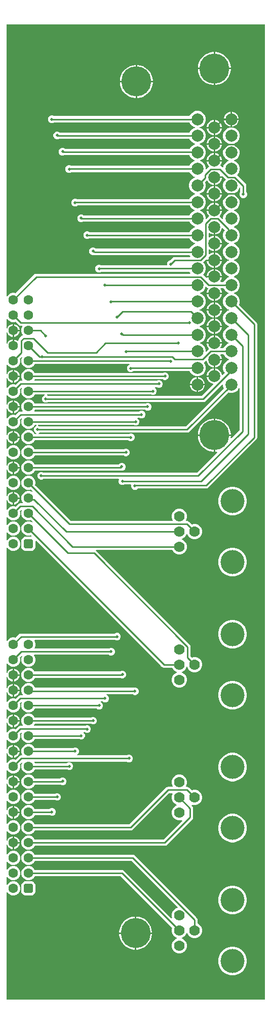
<source format=gtl>
G04*
G04 #@! TF.GenerationSoftware,Altium Limited,Altium Designer,24.3.1 (35)*
G04*
G04 Layer_Physical_Order=1*
G04 Layer_Color=255*
%FSLAX25Y25*%
%MOIN*%
G70*
G04*
G04 #@! TF.SameCoordinates,F9B35F18-39F2-4BAC-A9EF-380DD9FA1C01*
G04*
G04*
G04 #@! TF.FilePolarity,Positive*
G04*
G01*
G75*
%ADD10C,0.01000*%
%ADD20C,0.19685*%
%ADD21C,0.07000*%
%ADD22C,0.15748*%
%ADD23C,0.06299*%
G04:AMPARAMS|DCode=24|XSize=62.99mil|YSize=62.99mil|CornerRadius=15.75mil|HoleSize=0mil|Usage=FLASHONLY|Rotation=90.000|XOffset=0mil|YOffset=0mil|HoleType=Round|Shape=RoundedRectangle|*
%AMROUNDEDRECTD24*
21,1,0.06299,0.03150,0,0,90.0*
21,1,0.03150,0.06299,0,0,90.0*
1,1,0.03150,0.01575,0.01575*
1,1,0.03150,0.01575,-0.01575*
1,1,0.03150,-0.01575,-0.01575*
1,1,0.03150,-0.01575,0.01575*
%
%ADD24ROUNDEDRECTD24*%
%ADD25C,0.07874*%
%ADD26C,0.01968*%
G36*
X146322Y540034D02*
X145649Y539362D01*
X144933Y538122D01*
X144563Y536739D01*
Y535308D01*
X144933Y533925D01*
X145649Y532685D01*
X146662Y531673D01*
X147901Y530957D01*
X148377Y530830D01*
Y530312D01*
X147901Y530185D01*
X146662Y529469D01*
X145649Y528456D01*
X144933Y527217D01*
X144563Y525834D01*
Y524402D01*
X144933Y523020D01*
X145649Y521780D01*
X146662Y520767D01*
X147901Y520052D01*
X148190Y519974D01*
Y519474D01*
X147901Y519397D01*
X146662Y518681D01*
X145649Y517669D01*
X144933Y516429D01*
X144563Y515047D01*
Y514301D01*
X144101Y514110D01*
X142513Y515698D01*
X142398Y515775D01*
X142349Y516272D01*
X142770Y516693D01*
X143420Y517819D01*
X143756Y519074D01*
Y519224D01*
X138819D01*
X133882D01*
Y519074D01*
X134218Y517819D01*
X134868Y516693D01*
X135289Y516272D01*
X135240Y515775D01*
X135125Y515698D01*
X133537Y514110D01*
X133075Y514301D01*
Y515047D01*
X132704Y516429D01*
X131989Y517669D01*
X130976Y518681D01*
X129736Y519397D01*
X129448Y519474D01*
Y519974D01*
X129736Y520052D01*
X130976Y520767D01*
X131989Y521780D01*
X132704Y523020D01*
X133075Y524402D01*
Y525834D01*
X132704Y527217D01*
X131989Y528456D01*
X130976Y529469D01*
X129736Y530185D01*
X129261Y530312D01*
Y530830D01*
X129736Y530957D01*
X130976Y531673D01*
X131989Y532685D01*
X132704Y533925D01*
X133075Y535308D01*
Y536739D01*
X132704Y538122D01*
X132674Y538175D01*
X133782Y539284D01*
X134401Y539196D01*
X134868Y538386D01*
X135787Y537467D01*
X136913Y536817D01*
X138169Y536480D01*
X138319D01*
Y541417D01*
X138819D01*
Y541917D01*
X143806D01*
X144233Y542124D01*
X146322Y540034D01*
D02*
G37*
G36*
X171977Y2039D02*
X2039D01*
Y72427D01*
X2539Y72561D01*
X2779Y72145D01*
X3645Y71279D01*
X4705Y70667D01*
X5888Y70350D01*
X7112D01*
X8295Y70667D01*
X9355Y71279D01*
X10221Y72145D01*
X10833Y73205D01*
X11150Y74388D01*
Y75612D01*
X10833Y76795D01*
X10221Y77855D01*
X9355Y78721D01*
X8295Y79333D01*
X7112Y79650D01*
X5888D01*
X4705Y79333D01*
X3645Y78721D01*
X2779Y77855D01*
X2539Y77439D01*
X2039Y77573D01*
Y82427D01*
X2539Y82561D01*
X2779Y82145D01*
X3645Y81279D01*
X4705Y80667D01*
X5888Y80350D01*
X7112D01*
X8295Y80667D01*
X9355Y81279D01*
X10221Y82145D01*
X10833Y83205D01*
X11150Y84388D01*
Y85612D01*
X10833Y86795D01*
X10221Y87855D01*
X9355Y88721D01*
X8295Y89333D01*
X7112Y89650D01*
X5888D01*
X4705Y89333D01*
X3645Y88721D01*
X2779Y87855D01*
X2539Y87439D01*
X2039Y87573D01*
Y92427D01*
X2539Y92561D01*
X2779Y92145D01*
X3645Y91279D01*
X4705Y90667D01*
X5888Y90350D01*
X7112D01*
X8295Y90667D01*
X9355Y91279D01*
X10221Y92145D01*
X10833Y93205D01*
X11150Y94388D01*
Y95612D01*
X10833Y96795D01*
X10221Y97855D01*
X9355Y98721D01*
X8295Y99333D01*
X7112Y99650D01*
X5888D01*
X4705Y99333D01*
X3645Y98721D01*
X2779Y97855D01*
X2539Y97439D01*
X2039Y97573D01*
Y103683D01*
X2539Y103749D01*
X2633Y103398D01*
X3179Y102452D01*
X3952Y101680D01*
X4898Y101133D01*
X5954Y100850D01*
X6000D01*
Y105000D01*
Y109150D01*
X5954D01*
X4898Y108867D01*
X3952Y108320D01*
X3179Y107548D01*
X2633Y106602D01*
X2539Y106251D01*
X2039Y106317D01*
Y112427D01*
X2539Y112561D01*
X2779Y112145D01*
X3645Y111279D01*
X4705Y110667D01*
X5888Y110350D01*
X7112D01*
X8295Y110667D01*
X9355Y111279D01*
X10221Y112145D01*
X10833Y113205D01*
X11150Y114388D01*
Y115612D01*
X10833Y116795D01*
X10221Y117855D01*
X9355Y118721D01*
X8295Y119333D01*
X7112Y119650D01*
X5888D01*
X4705Y119333D01*
X3645Y118721D01*
X2779Y117855D01*
X2539Y117439D01*
X2039Y117573D01*
Y123683D01*
X2539Y123749D01*
X2633Y123398D01*
X3179Y122452D01*
X3952Y121679D01*
X4898Y121133D01*
X5954Y120850D01*
X6000D01*
Y125000D01*
Y129150D01*
X5954D01*
X4898Y128867D01*
X3952Y128321D01*
X3179Y127548D01*
X2633Y126602D01*
X2539Y126251D01*
X2039Y126317D01*
Y132427D01*
X2539Y132561D01*
X2779Y132145D01*
X3645Y131279D01*
X4705Y130667D01*
X5888Y130350D01*
X7112D01*
X8295Y130667D01*
X9355Y131279D01*
X10221Y132145D01*
X10833Y133205D01*
X11150Y134388D01*
Y135612D01*
X10833Y136795D01*
X10221Y137855D01*
X9355Y138721D01*
X8295Y139333D01*
X7112Y139650D01*
X5888D01*
X4705Y139333D01*
X3645Y138721D01*
X2779Y137855D01*
X2539Y137439D01*
X2039Y137573D01*
Y143683D01*
X2539Y143749D01*
X2633Y143398D01*
X3179Y142452D01*
X3952Y141680D01*
X4898Y141133D01*
X5954Y140850D01*
X6000D01*
Y145000D01*
Y149150D01*
X5954D01*
X4898Y148867D01*
X3952Y148320D01*
X3179Y147548D01*
X2633Y146602D01*
X2539Y146251D01*
X2039Y146317D01*
Y152427D01*
X2539Y152561D01*
X2779Y152145D01*
X3645Y151279D01*
X4705Y150667D01*
X5888Y150350D01*
X7112D01*
X8295Y150667D01*
X9355Y151279D01*
X10221Y152145D01*
X10833Y153205D01*
X11150Y154388D01*
Y155612D01*
X10906Y156522D01*
X12152Y157768D01*
X12552Y157461D01*
X12167Y156795D01*
X11850Y155612D01*
Y154388D01*
X12167Y153205D01*
X12779Y152145D01*
X13645Y151279D01*
X14705Y150667D01*
X15888Y150350D01*
X17112D01*
X18295Y150667D01*
X19355Y151279D01*
X20221Y152145D01*
X20692Y152961D01*
X42024D01*
X42813Y152634D01*
X43801D01*
X44714Y153012D01*
X45413Y153711D01*
X45791Y154624D01*
Y155612D01*
X45413Y156525D01*
X44714Y157224D01*
X43801Y157602D01*
X42813D01*
X41900Y157224D01*
X41715Y157039D01*
X20692D01*
X20312Y157697D01*
X20534Y158197D01*
X81203D01*
X81270Y158130D01*
X82183Y157752D01*
X83171D01*
X84084Y158130D01*
X84783Y158829D01*
X85161Y159742D01*
Y160730D01*
X84783Y161643D01*
X84084Y162342D01*
X83171Y162721D01*
X82183D01*
X81270Y162342D01*
X81203Y162275D01*
X48560D01*
X48460Y162775D01*
X48651Y162855D01*
X49350Y163553D01*
X49728Y164467D01*
Y165455D01*
X49350Y166368D01*
X48651Y167067D01*
X47738Y167445D01*
X46750D01*
X45837Y167067D01*
X45809Y167039D01*
X20692D01*
X20221Y167855D01*
X19355Y168721D01*
X18295Y169333D01*
X17112Y169650D01*
X15888D01*
X14705Y169333D01*
X13645Y168721D01*
X12779Y167855D01*
X12167Y166795D01*
X11850Y165612D01*
Y164388D01*
X12167Y163205D01*
X12454Y162708D01*
X12204Y162275D01*
X11736D01*
X10956Y162120D01*
X10294Y161678D01*
X8022Y159406D01*
X7112Y159650D01*
X5888D01*
X4705Y159333D01*
X3645Y158721D01*
X2779Y157855D01*
X2539Y157439D01*
X2039Y157573D01*
Y163683D01*
X2539Y163749D01*
X2633Y163398D01*
X3179Y162452D01*
X3952Y161679D01*
X4898Y161133D01*
X5954Y160850D01*
X6000D01*
Y165000D01*
Y169150D01*
X5954D01*
X4898Y168867D01*
X3952Y168321D01*
X3179Y167548D01*
X2633Y166602D01*
X2539Y166251D01*
X2039Y166317D01*
Y172427D01*
X2539Y172561D01*
X2779Y172145D01*
X3645Y171279D01*
X4705Y170667D01*
X5888Y170350D01*
X7112D01*
X8295Y170667D01*
X9355Y171279D01*
X10221Y172145D01*
X10833Y173205D01*
X11150Y174388D01*
Y175612D01*
X10906Y176522D01*
X11720Y177336D01*
X11889Y177313D01*
X12165Y176799D01*
X12162Y176773D01*
X11850Y175612D01*
Y174388D01*
X12167Y173205D01*
X12779Y172145D01*
X13645Y171279D01*
X14705Y170667D01*
X15888Y170350D01*
X17112D01*
X18295Y170667D01*
X19355Y171279D01*
X20221Y172145D01*
X20692Y172961D01*
X50088D01*
X50687Y172713D01*
X51675D01*
X52588Y173091D01*
X53287Y173790D01*
X53665Y174703D01*
Y175691D01*
X53287Y176604D01*
X52781Y177110D01*
X52988Y177610D01*
X53522D01*
X53711Y177421D01*
X54624Y177043D01*
X55612D01*
X56525Y177421D01*
X57224Y178120D01*
X57602Y179033D01*
Y180022D01*
X57224Y180935D01*
X56525Y181634D01*
X55612Y182012D01*
X54624D01*
X53844Y181689D01*
X20410D01*
X20334Y181871D01*
X20246Y182189D01*
X20692Y182961D01*
X57620D01*
X57648Y182933D01*
X58561Y182555D01*
X59549D01*
X60462Y182933D01*
X61161Y183632D01*
X61539Y184545D01*
Y185533D01*
X61161Y186447D01*
X60462Y187145D01*
X59549Y187524D01*
X58561D01*
X57648Y187145D01*
X57542Y187039D01*
X20692D01*
X20221Y187855D01*
X19355Y188721D01*
X18295Y189333D01*
X17112Y189650D01*
X15888D01*
X14705Y189333D01*
X13645Y188721D01*
X12779Y187855D01*
X12167Y186795D01*
X11850Y185612D01*
Y184388D01*
X12167Y183205D01*
X12754Y182189D01*
X12666Y181871D01*
X12590Y181689D01*
X11150D01*
X10369Y181534D01*
X9708Y181091D01*
X8022Y179406D01*
X7112Y179650D01*
X5888D01*
X4705Y179333D01*
X3645Y178721D01*
X2779Y177855D01*
X2539Y177439D01*
X2039Y177573D01*
Y183683D01*
X2539Y183749D01*
X2633Y183398D01*
X3179Y182452D01*
X3952Y181679D01*
X4898Y181133D01*
X5954Y180850D01*
X6000D01*
Y185000D01*
Y189150D01*
X5954D01*
X4898Y188867D01*
X3952Y188321D01*
X3179Y187548D01*
X2633Y186602D01*
X2539Y186251D01*
X2039Y186317D01*
Y192427D01*
X2539Y192561D01*
X2779Y192145D01*
X3645Y191279D01*
X4705Y190667D01*
X5888Y190350D01*
X7112D01*
X8295Y190667D01*
X9355Y191279D01*
X10221Y192145D01*
X10833Y193205D01*
X11150Y194388D01*
Y195612D01*
X10906Y196522D01*
X11720Y197336D01*
X11889Y197313D01*
X12165Y196799D01*
X12162Y196773D01*
X11850Y195612D01*
Y194388D01*
X12167Y193205D01*
X12779Y192145D01*
X13645Y191279D01*
X14705Y190667D01*
X15888Y190350D01*
X17112D01*
X18295Y190667D01*
X19355Y191279D01*
X20221Y192145D01*
X20692Y192961D01*
X61400D01*
X61585Y192776D01*
X62498Y192398D01*
X63486D01*
X64399Y192776D01*
X65098Y193475D01*
X65476Y194388D01*
Y195376D01*
X65098Y196289D01*
X64399Y196988D01*
X64104Y197110D01*
X64203Y197610D01*
X65412D01*
X65522Y197500D01*
X66435Y197122D01*
X67423D01*
X68336Y197500D01*
X69035Y198199D01*
X69413Y199112D01*
Y200100D01*
X69035Y201013D01*
X68336Y201712D01*
X67698Y201977D01*
X67797Y202477D01*
X84955D01*
X85207Y202225D01*
X86120Y201847D01*
X87108D01*
X88021Y202225D01*
X88720Y202923D01*
X89098Y203837D01*
Y204825D01*
X88720Y205738D01*
X88021Y206437D01*
X87108Y206815D01*
X86120D01*
X85493Y206555D01*
X20897D01*
X20833Y206795D01*
X20221Y207855D01*
X19355Y208721D01*
X18295Y209333D01*
X17112Y209650D01*
X15888D01*
X14705Y209333D01*
X13645Y208721D01*
X12779Y207855D01*
X12167Y206795D01*
X11850Y205612D01*
Y204388D01*
X12167Y203205D01*
X12754Y202189D01*
X12666Y201871D01*
X12590Y201689D01*
X11150D01*
X10369Y201534D01*
X9708Y201092D01*
X8022Y199406D01*
X7112Y199650D01*
X5888D01*
X4705Y199333D01*
X3645Y198721D01*
X2779Y197855D01*
X2539Y197439D01*
X2039Y197573D01*
Y203683D01*
X2539Y203749D01*
X2633Y203398D01*
X3179Y202452D01*
X3952Y201679D01*
X4898Y201133D01*
X5954Y200850D01*
X6000D01*
Y205000D01*
Y209150D01*
X5954D01*
X4898Y208867D01*
X3952Y208320D01*
X3179Y207548D01*
X2633Y206602D01*
X2539Y206251D01*
X2039Y206317D01*
Y213683D01*
X2539Y213749D01*
X2633Y213398D01*
X3179Y212452D01*
X3952Y211680D01*
X4898Y211133D01*
X5954Y210850D01*
X6000D01*
Y215000D01*
Y219150D01*
X5954D01*
X4898Y218867D01*
X3952Y218320D01*
X3179Y217548D01*
X2633Y216602D01*
X2539Y216251D01*
X2039Y216317D01*
Y222427D01*
X2539Y222561D01*
X2779Y222145D01*
X3645Y221279D01*
X4705Y220667D01*
X5888Y220350D01*
X7112D01*
X8295Y220667D01*
X9355Y221279D01*
X10221Y222145D01*
X10833Y223205D01*
X11150Y224388D01*
Y225612D01*
X10906Y226522D01*
X12152Y227768D01*
X12552Y227461D01*
X12167Y226795D01*
X11850Y225612D01*
Y224388D01*
X12167Y223205D01*
X12779Y222145D01*
X13645Y221279D01*
X14705Y220667D01*
X15888Y220350D01*
X17112D01*
X18295Y220667D01*
X19355Y221279D01*
X20221Y222145D01*
X20833Y223205D01*
X21150Y224388D01*
Y225612D01*
X20833Y226795D01*
X20266Y227776D01*
X20431Y228276D01*
X69392D01*
X69459Y228209D01*
X70372Y227831D01*
X71360D01*
X72273Y228209D01*
X72972Y228908D01*
X73350Y229821D01*
Y230809D01*
X72972Y231722D01*
X72273Y232421D01*
X71360Y232799D01*
X70372D01*
X69459Y232421D01*
X69392Y232354D01*
X20841D01*
X20591Y232787D01*
X20833Y233205D01*
X21150Y234388D01*
Y235612D01*
X20833Y236795D01*
X20357Y237618D01*
X20636Y238118D01*
X73329D01*
X73396Y238051D01*
X74309Y237673D01*
X75297D01*
X76210Y238051D01*
X76909Y238750D01*
X77287Y239663D01*
Y240652D01*
X76909Y241565D01*
X76210Y242264D01*
X75297Y242642D01*
X74309D01*
X73396Y242264D01*
X73329Y242197D01*
X11658D01*
X10877Y242041D01*
X10216Y241599D01*
X8022Y239406D01*
X7112Y239650D01*
X5888D01*
X4705Y239333D01*
X3645Y238721D01*
X2779Y237855D01*
X2539Y237439D01*
X2039Y237573D01*
Y298427D01*
X2539Y298561D01*
X2779Y298145D01*
X3645Y297279D01*
X4705Y296667D01*
X5888Y296350D01*
X7112D01*
X8295Y296667D01*
X9355Y297279D01*
X10221Y298145D01*
X10833Y299205D01*
X11150Y300388D01*
Y301612D01*
X10833Y302795D01*
X10221Y303855D01*
X9355Y304721D01*
X8295Y305333D01*
X7112Y305650D01*
X5888D01*
X4705Y305333D01*
X3645Y304721D01*
X2779Y303855D01*
X2539Y303439D01*
X2039Y303573D01*
Y308427D01*
X2539Y308561D01*
X2779Y308145D01*
X3645Y307279D01*
X4705Y306667D01*
X5888Y306350D01*
X7112D01*
X8295Y306667D01*
X9355Y307279D01*
X10221Y308145D01*
X10833Y309205D01*
X11150Y310388D01*
Y311612D01*
X10833Y312795D01*
X10221Y313855D01*
X9355Y314721D01*
X8295Y315333D01*
X7112Y315650D01*
X5888D01*
X4705Y315333D01*
X3645Y314721D01*
X2779Y313855D01*
X2539Y313439D01*
X2039Y313573D01*
Y318427D01*
X2539Y318561D01*
X2779Y318145D01*
X3645Y317279D01*
X4705Y316667D01*
X5888Y316350D01*
X7112D01*
X8295Y316667D01*
X9355Y317279D01*
X10221Y318145D01*
X10833Y319205D01*
X11150Y320388D01*
Y321612D01*
X10906Y322522D01*
X11720Y323336D01*
X11889Y323313D01*
X12165Y322799D01*
X12162Y322773D01*
X11850Y321612D01*
Y320388D01*
X12167Y319205D01*
X12779Y318145D01*
X13645Y317279D01*
X14705Y316667D01*
X15888Y316350D01*
X17112D01*
X18022Y316594D01*
X19268Y315348D01*
X18961Y314948D01*
X18295Y315333D01*
X17112Y315650D01*
X15888D01*
X14705Y315333D01*
X13645Y314721D01*
X12779Y313855D01*
X12167Y312795D01*
X11850Y311612D01*
Y310388D01*
X12167Y309205D01*
X12779Y308145D01*
X13645Y307279D01*
X14705Y306667D01*
X15888Y306350D01*
X17112D01*
X18022Y306594D01*
X18490Y306126D01*
X18257Y305652D01*
X18075Y305676D01*
X14925D01*
X14122Y305570D01*
X13374Y305261D01*
X12732Y304768D01*
X12239Y304125D01*
X11930Y303378D01*
X11824Y302575D01*
Y299425D01*
X11930Y298622D01*
X12239Y297874D01*
X12732Y297232D01*
X13374Y296739D01*
X14122Y296430D01*
X14925Y296324D01*
X18075D01*
X18878Y296430D01*
X19625Y296739D01*
X20268Y297232D01*
X20761Y297874D01*
X21070Y298622D01*
X21176Y299425D01*
Y302575D01*
X21152Y302757D01*
X21626Y302990D01*
X104247Y220369D01*
X104909Y219927D01*
X105689Y219772D01*
X111191D01*
X111786Y218741D01*
X112717Y217810D01*
X113857Y217152D01*
X114196Y217061D01*
Y216561D01*
X113857Y216470D01*
X112717Y215812D01*
X111786Y214881D01*
X111128Y213741D01*
X110787Y212469D01*
Y211153D01*
X111128Y209881D01*
X111786Y208741D01*
X112717Y207810D01*
X113857Y207152D01*
X115129Y206811D01*
X116446D01*
X117717Y207152D01*
X118858Y207810D01*
X119788Y208741D01*
X120447Y209881D01*
X120787Y211153D01*
Y212469D01*
X120447Y213741D01*
X119788Y214881D01*
X118858Y215812D01*
X117717Y216470D01*
X117379Y216561D01*
Y217061D01*
X117717Y217152D01*
X118858Y217810D01*
X119788Y218741D01*
X120447Y219881D01*
X120537Y220220D01*
X121037D01*
X121128Y219881D01*
X121786Y218741D01*
X122717Y217810D01*
X123857Y217152D01*
X125129Y216811D01*
X126446D01*
X127717Y217152D01*
X128858Y217810D01*
X129788Y218741D01*
X130447Y219881D01*
X130787Y221153D01*
Y222469D01*
X130447Y223741D01*
X129788Y224881D01*
X128858Y225812D01*
X127717Y226470D01*
X126446Y226811D01*
X125129D01*
X123979Y226503D01*
X123288Y227194D01*
Y233421D01*
X123133Y234201D01*
X122691Y234862D01*
X61229Y296324D01*
X60942Y296516D01*
X61094Y297016D01*
X111191D01*
X111786Y295985D01*
X112717Y295054D01*
X113857Y294396D01*
X115129Y294055D01*
X116446D01*
X117717Y294396D01*
X118858Y295054D01*
X119788Y295985D01*
X120447Y297125D01*
X120787Y298397D01*
Y299713D01*
X120447Y300985D01*
X119788Y302125D01*
X118858Y303056D01*
X117717Y303714D01*
X117379Y303805D01*
Y304305D01*
X117717Y304396D01*
X118858Y305054D01*
X119788Y305985D01*
X120447Y307125D01*
X120537Y307464D01*
X121037D01*
X121128Y307125D01*
X121786Y305985D01*
X122717Y305054D01*
X123857Y304396D01*
X125129Y304055D01*
X126446D01*
X127717Y304396D01*
X128858Y305054D01*
X129788Y305985D01*
X130447Y307125D01*
X130787Y308397D01*
Y309713D01*
X130447Y310985D01*
X129788Y312125D01*
X128858Y313056D01*
X127717Y313714D01*
X126446Y314055D01*
X125129D01*
X123979Y313747D01*
X122229Y315497D01*
X121568Y315939D01*
X120787Y316094D01*
X120352D01*
X120101Y316527D01*
X120447Y317125D01*
X120787Y318397D01*
Y319713D01*
X120447Y320985D01*
X119788Y322125D01*
X118858Y323056D01*
X117717Y323714D01*
X116446Y324055D01*
X115129D01*
X113857Y323714D01*
X112717Y323056D01*
X111786Y322125D01*
X111128Y320985D01*
X110787Y319713D01*
Y318397D01*
X111128Y317125D01*
X111473Y316527D01*
X111223Y316094D01*
X44290D01*
X20906Y339478D01*
X21150Y340388D01*
Y341612D01*
X20833Y342795D01*
X20221Y343855D01*
X19355Y344721D01*
X18295Y345333D01*
X17112Y345650D01*
X15888D01*
X14705Y345333D01*
X13645Y344721D01*
X12779Y343855D01*
X12167Y342795D01*
X11850Y341612D01*
Y340388D01*
X12167Y339205D01*
X12779Y338145D01*
X13645Y337279D01*
X14705Y336667D01*
X15888Y336350D01*
X17112D01*
X18022Y336594D01*
X19268Y335348D01*
X18961Y334948D01*
X18295Y335333D01*
X17112Y335650D01*
X15888D01*
X14705Y335333D01*
X13645Y334721D01*
X12779Y333855D01*
X12167Y332795D01*
X11850Y331612D01*
Y330388D01*
X12167Y329205D01*
X12754Y328189D01*
X12666Y327871D01*
X12590Y327689D01*
X11150D01*
X10369Y327534D01*
X9708Y327092D01*
X8022Y325406D01*
X7112Y325650D01*
X5888D01*
X4705Y325333D01*
X3645Y324721D01*
X2779Y323855D01*
X2539Y323439D01*
X2039Y323573D01*
Y329683D01*
X2539Y329749D01*
X2633Y329398D01*
X3179Y328452D01*
X3952Y327679D01*
X4898Y327133D01*
X5954Y326850D01*
X6000D01*
Y331000D01*
Y335150D01*
X5954D01*
X4898Y334867D01*
X3952Y334320D01*
X3179Y333548D01*
X2633Y332602D01*
X2539Y332251D01*
X2039Y332317D01*
Y338427D01*
X2539Y338561D01*
X2779Y338145D01*
X3645Y337279D01*
X4705Y336667D01*
X5888Y336350D01*
X7112D01*
X8295Y336667D01*
X9355Y337279D01*
X10221Y338145D01*
X10833Y339205D01*
X11150Y340388D01*
Y341612D01*
X10833Y342795D01*
X10221Y343855D01*
X9355Y344721D01*
X8295Y345333D01*
X7112Y345650D01*
X5888D01*
X4705Y345333D01*
X3645Y344721D01*
X2779Y343855D01*
X2539Y343439D01*
X2039Y343573D01*
Y349683D01*
X2539Y349749D01*
X2633Y349398D01*
X3179Y348452D01*
X3952Y347679D01*
X4898Y347133D01*
X5954Y346850D01*
X6000D01*
Y351000D01*
Y355150D01*
X5954D01*
X4898Y354867D01*
X3952Y354321D01*
X3179Y353548D01*
X2633Y352602D01*
X2539Y352251D01*
X2039Y352317D01*
Y358427D01*
X2539Y358561D01*
X2779Y358145D01*
X3645Y357279D01*
X4705Y356667D01*
X5888Y356350D01*
X7112D01*
X8295Y356667D01*
X9355Y357279D01*
X10221Y358145D01*
X10833Y359205D01*
X11150Y360388D01*
Y361612D01*
X10833Y362795D01*
X10221Y363855D01*
X9355Y364721D01*
X8295Y365333D01*
X7112Y365650D01*
X5888D01*
X4705Y365333D01*
X3645Y364721D01*
X2779Y363855D01*
X2539Y363439D01*
X2039Y363573D01*
Y369683D01*
X2539Y369749D01*
X2633Y369398D01*
X3179Y368452D01*
X3952Y367680D01*
X4898Y367133D01*
X5954Y366850D01*
X6000D01*
Y371000D01*
Y375150D01*
X5954D01*
X4898Y374867D01*
X3952Y374321D01*
X3179Y373548D01*
X2633Y372602D01*
X2539Y372251D01*
X2039Y372317D01*
Y378427D01*
X2539Y378561D01*
X2779Y378145D01*
X3645Y377279D01*
X4705Y376667D01*
X5888Y376350D01*
X7112D01*
X8295Y376667D01*
X9355Y377279D01*
X10221Y378145D01*
X10833Y379205D01*
X11150Y380388D01*
Y381612D01*
X10906Y382522D01*
X11849Y383465D01*
X11968Y383450D01*
X12234Y382910D01*
X12167Y382795D01*
X11850Y381612D01*
Y380388D01*
X12167Y379205D01*
X12779Y378145D01*
X13645Y377279D01*
X14705Y376667D01*
X15888Y376350D01*
X17112D01*
X18295Y376667D01*
X19355Y377279D01*
X20221Y378145D01*
X20692Y378961D01*
X21928D01*
X21947Y378468D01*
X21034Y378090D01*
X20335Y377392D01*
X19957Y376478D01*
Y375490D01*
X20335Y374577D01*
X21034Y373878D01*
X21852Y373539D01*
X21753Y373039D01*
X20692D01*
X20221Y373855D01*
X19355Y374721D01*
X18295Y375333D01*
X17112Y375650D01*
X15888D01*
X14705Y375333D01*
X13645Y374721D01*
X12779Y373855D01*
X12167Y372795D01*
X11850Y371612D01*
Y370388D01*
X12167Y369205D01*
X12779Y368145D01*
X13645Y367279D01*
X14705Y366667D01*
X15888Y366350D01*
X17112D01*
X18295Y366667D01*
X19355Y367279D01*
X20221Y368145D01*
X20692Y368961D01*
X82250D01*
X82451Y368760D01*
X83364Y368382D01*
X84352D01*
X85265Y368760D01*
X85964Y369459D01*
X86343Y370372D01*
Y371360D01*
X85964Y372273D01*
X85265Y372972D01*
X84352Y373350D01*
X83364D01*
X82613Y373039D01*
X23129D01*
X23030Y373539D01*
X23848Y373878D01*
X23915Y373945D01*
X120866D01*
X121646Y374100D01*
X122308Y374542D01*
X148146Y400380D01*
X149284Y400075D01*
X150716D01*
X152099Y400445D01*
X153338Y401161D01*
X154351Y402173D01*
X154898Y403121D01*
X155398Y402987D01*
Y375666D01*
X149988Y370256D01*
X149520Y370495D01*
X149661Y371391D01*
Y371744D01*
X139319D01*
Y361402D01*
X139672D01*
X140568Y361543D01*
X140807Y361075D01*
X127440Y347709D01*
X26277D01*
X26210Y347775D01*
X25297Y348153D01*
X24309D01*
X23396Y347775D01*
X22697Y347077D01*
X22319Y346163D01*
Y345175D01*
X22697Y344262D01*
X23396Y343563D01*
X24309Y343185D01*
X25297D01*
X26210Y343563D01*
X26277Y343630D01*
X75739D01*
X76073Y343130D01*
X75862Y342620D01*
Y341632D01*
X76240Y340719D01*
X76939Y340020D01*
X77852Y339642D01*
X78841D01*
X79754Y340020D01*
X79821Y340087D01*
X83935D01*
X84213Y339671D01*
X84130Y339471D01*
Y338482D01*
X84508Y337569D01*
X85207Y336870D01*
X86120Y336492D01*
X87108D01*
X88021Y336870D01*
X88482Y337331D01*
X133465D01*
X134245Y337486D01*
X134906Y337928D01*
X166402Y369424D01*
X166402Y369424D01*
X166845Y370086D01*
X167000Y370866D01*
X167000Y370866D01*
Y444961D01*
X167000Y444961D01*
X166845Y445741D01*
X166402Y446403D01*
X155036Y457769D01*
X155067Y457823D01*
X155437Y459205D01*
Y460637D01*
X155067Y462020D01*
X154351Y463260D01*
X153338Y464272D01*
X152099Y464988D01*
X151810Y465065D01*
Y465565D01*
X152099Y465642D01*
X153338Y466358D01*
X154351Y467370D01*
X155067Y468610D01*
X155437Y469993D01*
Y471424D01*
X155067Y472807D01*
X154351Y474047D01*
X153338Y475059D01*
X152099Y475775D01*
X151623Y475903D01*
Y476420D01*
X152099Y476548D01*
X153338Y477263D01*
X154351Y478276D01*
X155067Y479516D01*
X155437Y480898D01*
Y482330D01*
X155067Y483713D01*
X154351Y484953D01*
X153338Y485965D01*
X152099Y486681D01*
X151623Y486808D01*
Y487326D01*
X152099Y487453D01*
X153338Y488169D01*
X154351Y489181D01*
X155067Y490421D01*
X155437Y491804D01*
Y493235D01*
X155067Y494618D01*
X154351Y495858D01*
X153338Y496870D01*
X152099Y497586D01*
X151623Y497714D01*
Y498231D01*
X152099Y498359D01*
X153338Y499075D01*
X154351Y500087D01*
X155067Y501327D01*
X155437Y502709D01*
Y504141D01*
X155067Y505524D01*
X154351Y506764D01*
X153338Y507776D01*
X152099Y508492D01*
X151623Y508619D01*
Y509137D01*
X152099Y509264D01*
X153338Y509980D01*
X154351Y510992D01*
X155067Y512232D01*
X155437Y513615D01*
Y515047D01*
X155067Y516429D01*
X154351Y517669D01*
X153338Y518681D01*
X152099Y519397D01*
X151810Y519474D01*
Y519974D01*
X152099Y520052D01*
X153338Y520767D01*
X154351Y521780D01*
X155067Y523020D01*
X155437Y524402D01*
Y525834D01*
X155067Y527217D01*
X154351Y528456D01*
X153338Y529469D01*
X152099Y530185D01*
X151623Y530312D01*
Y530830D01*
X152099Y530957D01*
X153338Y531673D01*
X154351Y532685D01*
X155067Y533925D01*
X155177Y534339D01*
X155759Y534579D01*
X155835Y534534D01*
Y531789D01*
X155768Y531722D01*
X155390Y530809D01*
Y529821D01*
X155768Y528908D01*
X156467Y528209D01*
X157380Y527831D01*
X158368D01*
X159281Y528209D01*
X159980Y528908D01*
X160358Y529821D01*
Y530809D01*
X159980Y531722D01*
X159913Y531789D01*
Y535839D01*
X159758Y536619D01*
X159316Y537281D01*
X153694Y542903D01*
X153691Y542931D01*
X154351Y543591D01*
X155067Y544831D01*
X155437Y546213D01*
Y547645D01*
X155067Y549028D01*
X154351Y550268D01*
X153338Y551280D01*
X152099Y551996D01*
X151811Y552073D01*
Y552573D01*
X152099Y552650D01*
X153338Y553366D01*
X154351Y554378D01*
X155067Y555618D01*
X155437Y557001D01*
Y558432D01*
X155067Y559815D01*
X154351Y561055D01*
X153338Y562067D01*
X152099Y562783D01*
X151623Y562911D01*
Y563428D01*
X152099Y563556D01*
X153338Y564271D01*
X154351Y565284D01*
X155067Y566523D01*
X155437Y567906D01*
Y569338D01*
X155067Y570721D01*
X154351Y571960D01*
X153338Y572973D01*
X152099Y573689D01*
X150716Y574059D01*
X149284D01*
X147901Y573689D01*
X146662Y572973D01*
X145649Y571960D01*
X144933Y570721D01*
X144563Y569338D01*
Y567906D01*
X144933Y566523D01*
X145649Y565284D01*
X146662Y564271D01*
X147901Y563556D01*
X148377Y563428D01*
Y562911D01*
X147901Y562783D01*
X146662Y562067D01*
X145649Y561055D01*
X144933Y559815D01*
X144563Y558432D01*
Y557001D01*
X144933Y555618D01*
X145649Y554378D01*
X146662Y553366D01*
X147901Y552650D01*
X148189Y552573D01*
Y552073D01*
X147901Y551996D01*
X146662Y551280D01*
X145649Y550268D01*
X144933Y549028D01*
X144695Y548136D01*
X144137Y547987D01*
X143828Y548296D01*
X143166Y548738D01*
X142964Y548778D01*
X142774Y549278D01*
X142788Y549323D01*
X143420Y550417D01*
X143756Y551673D01*
Y551823D01*
X138819D01*
X133882D01*
Y551673D01*
X134218Y550417D01*
X134868Y549291D01*
X135289Y548871D01*
X135240Y548373D01*
X135125Y548296D01*
X133537Y546708D01*
X133075Y546899D01*
Y547645D01*
X132704Y549028D01*
X131989Y550268D01*
X130976Y551280D01*
X129736Y551996D01*
X129448Y552073D01*
Y552573D01*
X129736Y552650D01*
X130976Y553366D01*
X131989Y554378D01*
X132704Y555618D01*
X133075Y557001D01*
Y558432D01*
X132704Y559815D01*
X131989Y561055D01*
X130976Y562067D01*
X129736Y562783D01*
X129261Y562911D01*
Y563428D01*
X129736Y563556D01*
X130976Y564271D01*
X131989Y565284D01*
X132704Y566523D01*
X133075Y567906D01*
Y569338D01*
X132704Y570721D01*
X131989Y571960D01*
X130976Y572973D01*
X129736Y573689D01*
X129261Y573816D01*
Y574334D01*
X129736Y574461D01*
X130976Y575177D01*
X131989Y576189D01*
X132704Y577429D01*
X133075Y578812D01*
Y580243D01*
X132704Y581626D01*
X131989Y582866D01*
X130976Y583878D01*
X129736Y584594D01*
X128354Y584965D01*
X126922D01*
X125539Y584594D01*
X124299Y583878D01*
X123287Y582866D01*
X122571Y581626D01*
X122555Y581567D01*
X33364D01*
X33297Y581634D01*
X32384Y582012D01*
X31396D01*
X30483Y581634D01*
X29784Y580935D01*
X29406Y580022D01*
Y579033D01*
X29784Y578120D01*
X30483Y577422D01*
X31396Y577043D01*
X32384D01*
X33297Y577422D01*
X33364Y577488D01*
X122555D01*
X122571Y577429D01*
X123287Y576189D01*
X124299Y575177D01*
X125539Y574461D01*
X126015Y574334D01*
Y573816D01*
X125539Y573689D01*
X124299Y572973D01*
X123287Y571960D01*
X122617Y570799D01*
X37045D01*
X36840Y571004D01*
X35927Y571382D01*
X34939D01*
X34026Y571004D01*
X33327Y570305D01*
X32949Y569392D01*
Y568403D01*
X33327Y567490D01*
X34026Y566792D01*
X34939Y566413D01*
X35927D01*
X36669Y566721D01*
X122519D01*
X122571Y566523D01*
X123287Y565284D01*
X124299Y564271D01*
X125539Y563556D01*
X126015Y563428D01*
Y562911D01*
X125539Y562783D01*
X124299Y562067D01*
X123287Y561055D01*
X122748Y560122D01*
X40636D01*
X40384Y560374D01*
X39470Y560752D01*
X38482D01*
X37569Y560374D01*
X36870Y559675D01*
X36492Y558762D01*
Y557774D01*
X36870Y556860D01*
X37569Y556162D01*
X38482Y555784D01*
X39470D01*
X40098Y556043D01*
X122457D01*
X122571Y555618D01*
X123287Y554378D01*
X124299Y553366D01*
X125539Y552650D01*
X125827Y552573D01*
Y552073D01*
X125539Y551996D01*
X124299Y551280D01*
X123287Y550268D01*
X122571Y549028D01*
X122545Y548929D01*
X44742D01*
X44714Y548956D01*
X43801Y549335D01*
X42813D01*
X41900Y548956D01*
X41201Y548258D01*
X40823Y547344D01*
Y546356D01*
X41201Y545443D01*
X41900Y544744D01*
X42813Y544366D01*
X43801D01*
X44714Y544744D01*
X44820Y544851D01*
X122566D01*
X122571Y544831D01*
X123287Y543591D01*
X124299Y542578D01*
X125539Y541863D01*
X126015Y541735D01*
Y541218D01*
X125539Y541090D01*
X124299Y540374D01*
X123287Y539362D01*
X122571Y538122D01*
X122201Y536739D01*
Y535308D01*
X122571Y533925D01*
X123287Y532685D01*
X124299Y531673D01*
X125539Y530957D01*
X126015Y530830D01*
Y530312D01*
X125539Y530185D01*
X124299Y529469D01*
X123287Y528456D01*
X122571Y527217D01*
X122513Y527000D01*
X48432D01*
X47738Y527287D01*
X46750D01*
X45837Y526909D01*
X45138Y526210D01*
X44760Y525297D01*
Y524309D01*
X45138Y523396D01*
X45837Y522697D01*
X46750Y522319D01*
X47738D01*
X48651Y522697D01*
X48876Y522922D01*
X122628D01*
X123287Y521780D01*
X124299Y520767D01*
X125539Y520052D01*
X125827Y519974D01*
Y519474D01*
X125539Y519397D01*
X124299Y518681D01*
X123287Y517669D01*
X122605Y516488D01*
X52773D01*
X52588Y516673D01*
X51675Y517051D01*
X50687D01*
X49774Y516673D01*
X49075Y515974D01*
X48697Y515061D01*
Y514073D01*
X49075Y513160D01*
X49774Y512461D01*
X50687Y512083D01*
X51675D01*
X52465Y512410D01*
X122524D01*
X122571Y512232D01*
X123287Y510992D01*
X124299Y509980D01*
X125539Y509264D01*
X126015Y509137D01*
Y508619D01*
X125539Y508492D01*
X124299Y507776D01*
X123287Y506764D01*
X122571Y505524D01*
X122571Y505523D01*
X56651D01*
X56525Y505649D01*
X55612Y506028D01*
X54624D01*
X53711Y505649D01*
X53012Y504951D01*
X52634Y504038D01*
Y503049D01*
X53012Y502136D01*
X53711Y501437D01*
X54624Y501059D01*
X55612D01*
X56525Y501437D01*
X56533Y501445D01*
X122540D01*
X122571Y501327D01*
X123287Y500087D01*
X124299Y499075D01*
X125539Y498359D01*
X126015Y498231D01*
Y497714D01*
X125539Y497586D01*
X124299Y496870D01*
X123287Y495858D01*
X122571Y494618D01*
X122555Y494559D01*
X60923D01*
X60462Y495019D01*
X59549Y495398D01*
X58561D01*
X57648Y495019D01*
X56949Y494321D01*
X56571Y493407D01*
Y492419D01*
X56949Y491506D01*
X57648Y490807D01*
X58561Y490429D01*
X59549D01*
X59685Y490486D01*
X59711Y490481D01*
X122555D01*
X122571Y490421D01*
X123033Y489622D01*
X122744Y489122D01*
X112660D01*
X111880Y488967D01*
X111218Y488525D01*
X109718Y487024D01*
X109623D01*
X108710Y486646D01*
X108011Y485947D01*
X107633Y485034D01*
Y484045D01*
X107647Y484010D01*
X107370Y483594D01*
X64407D01*
X64399Y483602D01*
X63486Y483980D01*
X62498D01*
X61585Y483602D01*
X60886Y482903D01*
X60508Y481990D01*
Y481002D01*
X60886Y480089D01*
X61585Y479390D01*
X62498Y479012D01*
X63486D01*
X64399Y479390D01*
X64525Y479516D01*
X122571D01*
X122571Y479516D01*
X123051Y478685D01*
X122762Y478185D01*
X21646D01*
X20865Y478030D01*
X20204Y477588D01*
X8022Y465406D01*
X7112Y465650D01*
X5888D01*
X4705Y465333D01*
X3645Y464721D01*
X2779Y463855D01*
X2539Y463439D01*
X2039Y463573D01*
Y641662D01*
X171977D01*
Y2039D01*
D02*
G37*
G36*
X139319Y503882D02*
X139469D01*
X140725Y504218D01*
X141850Y504868D01*
X142770Y505788D01*
X143420Y506913D01*
X143716Y508020D01*
X144214Y508229D01*
X145664Y506779D01*
X145649Y506764D01*
X144933Y505524D01*
X144563Y504141D01*
Y502709D01*
X144933Y501327D01*
X145649Y500087D01*
X146662Y499075D01*
X147901Y498359D01*
X148377Y498231D01*
Y497714D01*
X147901Y497586D01*
X146662Y496870D01*
X145649Y495858D01*
X144933Y494618D01*
X144563Y493235D01*
Y491804D01*
X144933Y490421D01*
X145649Y489181D01*
X146662Y488169D01*
X147901Y487453D01*
X148377Y487326D01*
Y486808D01*
X147901Y486681D01*
X146662Y485965D01*
X145649Y484953D01*
X144933Y483713D01*
X144563Y482330D01*
Y480898D01*
X144933Y479516D01*
X145649Y478276D01*
X146662Y477263D01*
X147901Y476548D01*
X148377Y476420D01*
Y475903D01*
X147901Y475775D01*
X146662Y475059D01*
X145649Y474047D01*
X144933Y472807D01*
X144929Y472791D01*
X143010D01*
X142828Y473291D01*
X143420Y474315D01*
X143756Y475570D01*
Y475721D01*
X138819D01*
X133832D01*
X133405Y475514D01*
X131332Y477588D01*
X131329Y477616D01*
X131989Y478276D01*
X132704Y479516D01*
X133075Y480898D01*
Y482330D01*
X132704Y483713D01*
X131989Y484953D01*
X131329Y485612D01*
X131332Y485641D01*
X133405Y487714D01*
X133832Y487508D01*
X138319D01*
Y491945D01*
X138169D01*
X136913Y491608D01*
X135787Y490958D01*
X135730Y490900D01*
X135267Y491092D01*
Y493948D01*
X135730Y494139D01*
X135787Y494081D01*
X136913Y493431D01*
X138169Y493094D01*
X138319D01*
Y498032D01*
Y502969D01*
X138169D01*
X136913Y502632D01*
X135787Y501982D01*
X135730Y501924D01*
X135267Y502115D01*
Y504735D01*
X135730Y504926D01*
X135787Y504868D01*
X136913Y504218D01*
X138169Y503882D01*
X138319D01*
Y508819D01*
X139319D01*
Y503882D01*
D02*
G37*
G36*
X2779Y448145D02*
X3645Y447279D01*
X4705Y446667D01*
X5888Y446350D01*
X7112D01*
X8022Y446594D01*
X9995Y444621D01*
X10657Y444179D01*
X11437Y444024D01*
X11437Y444024D01*
X12299D01*
X12588Y443524D01*
X12167Y442795D01*
X11850Y441612D01*
Y440388D01*
X12167Y439205D01*
X12722Y438244D01*
X12638Y437857D01*
X12546Y437671D01*
X11944Y437269D01*
X10408Y435733D01*
X9966Y435072D01*
X9811Y434291D01*
Y434210D01*
X9349Y434019D01*
X9048Y434320D01*
X8102Y434867D01*
X7046Y435150D01*
X7000D01*
Y431000D01*
X6000D01*
Y435150D01*
X5954D01*
X4898Y434867D01*
X3952Y434320D01*
X3179Y433548D01*
X2633Y432602D01*
X2539Y432251D01*
X2039Y432317D01*
Y439683D01*
X2539Y439749D01*
X2633Y439398D01*
X3179Y438452D01*
X3952Y437679D01*
X4898Y437133D01*
X5954Y436850D01*
X6000D01*
Y441000D01*
Y445150D01*
X5954D01*
X4898Y444867D01*
X3952Y444320D01*
X3179Y443548D01*
X2633Y442602D01*
X2539Y442251D01*
X2039Y442317D01*
Y448427D01*
X2539Y448561D01*
X2779Y448145D01*
D02*
G37*
G36*
X133842Y469310D02*
X134503Y468868D01*
X134723Y468824D01*
X134743Y468758D01*
X134837Y468292D01*
X134218Y467221D01*
X133882Y465965D01*
Y465815D01*
X138819D01*
X143756D01*
Y465965D01*
X143420Y467221D01*
X142847Y468213D01*
X143051Y468713D01*
X144906D01*
X144933Y468610D01*
X145649Y467370D01*
X146662Y466358D01*
X147901Y465642D01*
X148190Y465565D01*
Y465065D01*
X147901Y464988D01*
X146662Y464272D01*
X145649Y463260D01*
X144933Y462020D01*
X144563Y460637D01*
Y459205D01*
X144933Y457823D01*
X145649Y456583D01*
X146662Y455571D01*
X147901Y454855D01*
X148377Y454727D01*
Y454210D01*
X147901Y454082D01*
X146662Y453366D01*
X145649Y452354D01*
X144933Y451114D01*
X144563Y449731D01*
Y448300D01*
X144933Y446917D01*
X145649Y445677D01*
X146662Y444665D01*
X147901Y443949D01*
X148377Y443822D01*
Y443304D01*
X147901Y443177D01*
X146662Y442461D01*
X145649Y441449D01*
X144933Y440209D01*
X144563Y438826D01*
Y437394D01*
X144933Y436012D01*
X145649Y434772D01*
X146662Y433759D01*
X147901Y433044D01*
X148189Y432967D01*
Y432467D01*
X147901Y432389D01*
X146662Y431673D01*
X145649Y430661D01*
X144933Y429421D01*
X144906Y429319D01*
X143051D01*
X142847Y429819D01*
X143420Y430811D01*
X143756Y432067D01*
Y432217D01*
X138819D01*
X133882D01*
Y432067D01*
X134218Y430811D01*
X134868Y429685D01*
X135283Y429271D01*
X135234Y428773D01*
X135156Y428721D01*
X133537Y427102D01*
X133075Y427293D01*
Y428039D01*
X132704Y429421D01*
X131989Y430661D01*
X130976Y431673D01*
X129736Y432389D01*
X129448Y432467D01*
Y432967D01*
X129736Y433044D01*
X130976Y433759D01*
X131989Y434772D01*
X132704Y436012D01*
X133075Y437394D01*
Y438826D01*
X132704Y440209D01*
X131989Y441449D01*
X130976Y442461D01*
X129736Y443177D01*
X129261Y443304D01*
Y443822D01*
X129736Y443949D01*
X130976Y444665D01*
X131989Y445677D01*
X132704Y446917D01*
X133075Y448300D01*
Y449731D01*
X132704Y451114D01*
X131989Y452354D01*
X130976Y453366D01*
X129736Y454082D01*
X129261Y454210D01*
Y454727D01*
X129736Y454855D01*
X130976Y455571D01*
X131989Y456583D01*
X132704Y457823D01*
X133075Y459205D01*
Y460637D01*
X132704Y462020D01*
X131989Y463260D01*
X130976Y464272D01*
X129736Y464988D01*
X129448Y465065D01*
Y465565D01*
X129736Y465642D01*
X130976Y466358D01*
X131989Y467370D01*
X132704Y468610D01*
X132943Y469501D01*
X133501Y469651D01*
X133842Y469310D01*
D02*
G37*
G36*
X144933Y425224D02*
X145649Y423984D01*
X146662Y422972D01*
X147901Y422256D01*
X148377Y422129D01*
Y421611D01*
X147901Y421484D01*
X146662Y420768D01*
X145649Y419756D01*
X144933Y418516D01*
X144563Y417133D01*
Y415701D01*
X144933Y414319D01*
X145649Y413079D01*
X145664Y413064D01*
X144214Y411613D01*
X143716Y411823D01*
X143420Y412929D01*
X142770Y414055D01*
X141850Y414974D01*
X140725Y415624D01*
X139469Y415961D01*
X139319D01*
Y411024D01*
X138819D01*
Y410524D01*
X133882D01*
Y410374D01*
X134218Y409118D01*
X134868Y407992D01*
X135787Y407073D01*
X136913Y406423D01*
X138020Y406126D01*
X138229Y405629D01*
X130703Y398102D01*
X29427D01*
X29360Y398169D01*
X28655Y398461D01*
X28755Y398961D01*
X97294D01*
X97931Y398697D01*
X98919D01*
X99832Y399075D01*
X100531Y399774D01*
X100909Y400687D01*
Y401675D01*
X100531Y402588D01*
X99832Y403287D01*
X99641Y403366D01*
X99741Y403866D01*
X100888D01*
X100955Y403799D01*
X101868Y403421D01*
X102856D01*
X103769Y403799D01*
X104468Y404498D01*
X104847Y405411D01*
Y406400D01*
X104468Y407313D01*
X103769Y408012D01*
X102856Y408390D01*
X101868D01*
X100955Y408012D01*
X100888Y407945D01*
X20682D01*
X20394Y408445D01*
X20692Y408961D01*
X104849D01*
X104892Y408918D01*
X105805Y408539D01*
X106793D01*
X107706Y408918D01*
X108405Y409616D01*
X108783Y410530D01*
Y411518D01*
X108405Y412431D01*
X107706Y413130D01*
X106793Y413508D01*
X105805D01*
X104892Y413130D01*
X104801Y413039D01*
X20692D01*
X20221Y413855D01*
X19355Y414721D01*
X18295Y415333D01*
X17112Y415650D01*
X15888D01*
X14705Y415333D01*
X13645Y414721D01*
X12779Y413855D01*
X12167Y412795D01*
X11850Y411612D01*
Y410388D01*
X12167Y409205D01*
X12606Y408445D01*
X12318Y407945D01*
X11406D01*
X10625Y407790D01*
X9964Y407347D01*
X8022Y405406D01*
X7112Y405650D01*
X5888D01*
X4705Y405333D01*
X3645Y404721D01*
X2779Y403855D01*
X2539Y403439D01*
X2039Y403573D01*
Y409683D01*
X2539Y409749D01*
X2633Y409398D01*
X3179Y408452D01*
X3952Y407680D01*
X4898Y407133D01*
X5954Y406850D01*
X6000D01*
Y411000D01*
Y415150D01*
X5954D01*
X4898Y414867D01*
X3952Y414321D01*
X3179Y413548D01*
X2633Y412602D01*
X2539Y412251D01*
X2039Y412317D01*
Y418427D01*
X2539Y418561D01*
X2779Y418145D01*
X3645Y417279D01*
X4705Y416667D01*
X5888Y416350D01*
X7112D01*
X8295Y416667D01*
X9355Y417279D01*
X10221Y418145D01*
X10833Y419205D01*
X11150Y420388D01*
Y421612D01*
X10906Y422522D01*
X12152Y423768D01*
X12552Y423461D01*
X12167Y422795D01*
X11850Y421612D01*
Y420388D01*
X12167Y419205D01*
X12779Y418145D01*
X13645Y417279D01*
X14705Y416667D01*
X15888Y416350D01*
X17112D01*
X18295Y416667D01*
X19355Y417279D01*
X20221Y418145D01*
X20692Y418961D01*
X82866D01*
X82965Y418461D01*
X82451Y418248D01*
X81752Y417549D01*
X81374Y416636D01*
Y415648D01*
X81752Y414735D01*
X82451Y414036D01*
X83364Y413658D01*
X84352D01*
X85265Y414036D01*
X85470Y414240D01*
X122617D01*
X123287Y413079D01*
X124299Y412067D01*
X125539Y411351D01*
X126922Y410980D01*
X128354D01*
X129736Y411351D01*
X130976Y412067D01*
X131989Y413079D01*
X132704Y414319D01*
X133075Y415701D01*
Y417133D01*
X132704Y418516D01*
X132116Y419534D01*
X132034Y419827D01*
X132263Y420188D01*
X132647Y420444D01*
X133424Y421221D01*
X133922Y421012D01*
X134218Y419905D01*
X134868Y418780D01*
X135787Y417860D01*
X136913Y417210D01*
X138169Y416874D01*
X138319D01*
Y421811D01*
X138819D01*
Y422311D01*
X143756D01*
Y422461D01*
X143420Y423717D01*
X142828Y424740D01*
X143010Y425240D01*
X144929D01*
X144933Y425224D01*
D02*
G37*
G36*
X144563Y405542D02*
Y404796D01*
X144933Y403413D01*
X145108Y403110D01*
X120021Y378023D01*
X23915D01*
X23848Y378090D01*
X22935Y378468D01*
X22954Y378961D01*
X85686D01*
X86514Y378618D01*
X87502D01*
X88415Y378996D01*
X89114Y379695D01*
X89492Y380608D01*
Y381596D01*
X89114Y382510D01*
X88415Y383208D01*
X88224Y383288D01*
X88323Y383788D01*
X89471D01*
X89538Y383721D01*
X90451Y383343D01*
X91439D01*
X92352Y383721D01*
X93051Y384420D01*
X93429Y385333D01*
Y386321D01*
X93051Y387234D01*
X92352Y387933D01*
X91439Y388311D01*
X90451D01*
X89538Y387933D01*
X89471Y387866D01*
X20616D01*
X20348Y388366D01*
X20692Y388961D01*
X93353D01*
X93475Y388839D01*
X94388Y388461D01*
X95376D01*
X96289Y388839D01*
X96988Y389538D01*
X97366Y390451D01*
Y391439D01*
X96988Y392352D01*
X96289Y393051D01*
X95376Y393429D01*
X94388D01*
X93475Y393051D01*
X93463Y393039D01*
X20692D01*
X20221Y393855D01*
X19355Y394721D01*
X18295Y395333D01*
X17112Y395650D01*
X15888D01*
X14705Y395333D01*
X13645Y394721D01*
X12779Y393855D01*
X12167Y392795D01*
X11850Y391612D01*
Y390388D01*
X12167Y389205D01*
X12652Y388366D01*
X12384Y387866D01*
X11327D01*
X10546Y387711D01*
X9885Y387269D01*
X8022Y385406D01*
X7112Y385650D01*
X5888D01*
X4705Y385333D01*
X3645Y384721D01*
X2779Y383855D01*
X2539Y383439D01*
X2039Y383573D01*
Y389683D01*
X2539Y389749D01*
X2633Y389398D01*
X3179Y388452D01*
X3952Y387680D01*
X4898Y387133D01*
X5954Y386850D01*
X6000D01*
Y391000D01*
Y395150D01*
X5954D01*
X4898Y394867D01*
X3952Y394321D01*
X3179Y393548D01*
X2633Y392602D01*
X2539Y392251D01*
X2039Y392317D01*
Y398427D01*
X2539Y398561D01*
X2779Y398145D01*
X3645Y397279D01*
X4705Y396667D01*
X5888Y396350D01*
X7112D01*
X8295Y396667D01*
X9355Y397279D01*
X10221Y398145D01*
X10833Y399205D01*
X11150Y400388D01*
Y401612D01*
X10906Y402522D01*
X11928Y403545D01*
X12010Y403522D01*
X12250Y402939D01*
X12167Y402795D01*
X11850Y401612D01*
Y400388D01*
X12167Y399205D01*
X12779Y398145D01*
X13645Y397279D01*
X14705Y396667D01*
X15888Y396350D01*
X17112D01*
X18295Y396667D01*
X19355Y397279D01*
X20221Y398145D01*
X20692Y398961D01*
X27150D01*
X27250Y398461D01*
X26546Y398169D01*
X25847Y397470D01*
X25469Y396557D01*
Y395569D01*
X25847Y394656D01*
X26546Y393957D01*
X27459Y393579D01*
X28447D01*
X29360Y393957D01*
X29427Y394024D01*
X131547D01*
X132328Y394179D01*
X132989Y394621D01*
X144101Y405733D01*
X144563Y405542D01*
D02*
G37*
%LPC*%
G36*
X143756Y540917D02*
X139319D01*
Y536480D01*
X139469D01*
X140725Y536817D01*
X141850Y537467D01*
X142770Y538386D01*
X143420Y539512D01*
X143756Y540767D01*
Y540917D01*
D02*
G37*
G36*
X139469Y535567D02*
X139319D01*
Y531130D01*
X143756D01*
Y531280D01*
X143420Y532536D01*
X142770Y533661D01*
X141850Y534581D01*
X140725Y535230D01*
X139469Y535567D01*
D02*
G37*
G36*
X138319D02*
X138169D01*
X136913Y535230D01*
X135787Y534581D01*
X134868Y533661D01*
X134218Y532536D01*
X133882Y531280D01*
Y531130D01*
X138319D01*
Y535567D01*
D02*
G37*
G36*
X143756Y530130D02*
X139319D01*
Y525693D01*
X139469D01*
X140725Y526029D01*
X141850Y526679D01*
X142770Y527598D01*
X143420Y528724D01*
X143756Y529980D01*
Y530130D01*
D02*
G37*
G36*
X138319D02*
X133882D01*
Y529980D01*
X134218Y528724D01*
X134868Y527598D01*
X135787Y526679D01*
X136913Y526029D01*
X138169Y525693D01*
X138319D01*
Y530130D01*
D02*
G37*
G36*
X139469Y524661D02*
X139319D01*
Y520224D01*
X143756D01*
Y520374D01*
X143420Y521630D01*
X142770Y522756D01*
X141850Y523675D01*
X140725Y524325D01*
X139469Y524661D01*
D02*
G37*
G36*
X138319D02*
X138169D01*
X136913Y524325D01*
X135787Y523675D01*
X134868Y522756D01*
X134218Y521630D01*
X133882Y520374D01*
Y520224D01*
X138319D01*
Y524661D01*
D02*
G37*
G36*
X139672Y623638D02*
X139319D01*
Y613295D01*
X149661D01*
Y613649D01*
X149394Y615334D01*
X148867Y616957D01*
X148092Y618478D01*
X147089Y619859D01*
X145882Y621066D01*
X144502Y622069D01*
X142981Y622843D01*
X141358Y623371D01*
X139672Y623638D01*
D02*
G37*
G36*
X138319D02*
X137966D01*
X136280Y623371D01*
X134657Y622843D01*
X133136Y622069D01*
X131755Y621066D01*
X130549Y619859D01*
X129545Y618478D01*
X128771Y616957D01*
X128243Y615334D01*
X127976Y613649D01*
Y613295D01*
X138319D01*
Y623638D01*
D02*
G37*
G36*
X88361Y615067D02*
X88008D01*
Y604724D01*
X98350D01*
Y605078D01*
X98083Y606763D01*
X97556Y608387D01*
X96781Y609907D01*
X95778Y611288D01*
X94571Y612495D01*
X93191Y613498D01*
X91670Y614273D01*
X90047Y614800D01*
X88361Y615067D01*
D02*
G37*
G36*
X87008D02*
X86655D01*
X84969Y614800D01*
X83346Y614273D01*
X81825Y613498D01*
X80444Y612495D01*
X79238Y611288D01*
X78234Y609907D01*
X77460Y608387D01*
X76932Y606763D01*
X76665Y605078D01*
Y604724D01*
X87008D01*
Y615067D01*
D02*
G37*
G36*
X149661Y612295D02*
X139319D01*
Y601953D01*
X139672D01*
X141358Y602220D01*
X142981Y602747D01*
X144502Y603522D01*
X145882Y604525D01*
X147089Y605732D01*
X148092Y607113D01*
X148867Y608633D01*
X149394Y610256D01*
X149661Y611942D01*
Y612295D01*
D02*
G37*
G36*
X138319D02*
X127976D01*
Y611942D01*
X128243Y610256D01*
X128771Y608633D01*
X129545Y607113D01*
X130549Y605732D01*
X131755Y604525D01*
X133136Y603522D01*
X134657Y602747D01*
X136280Y602220D01*
X137966Y601953D01*
X138319D01*
Y612295D01*
D02*
G37*
G36*
X98350Y603724D02*
X88008D01*
Y593382D01*
X88361D01*
X90047Y593649D01*
X91670Y594176D01*
X93191Y594951D01*
X94571Y595954D01*
X95778Y597161D01*
X96781Y598542D01*
X97556Y600062D01*
X98083Y601685D01*
X98350Y603371D01*
Y603724D01*
D02*
G37*
G36*
X87008D02*
X76665D01*
Y603371D01*
X76932Y601685D01*
X77460Y600062D01*
X78234Y598542D01*
X79238Y597161D01*
X80444Y595954D01*
X81825Y594951D01*
X83346Y594176D01*
X84969Y593649D01*
X86655Y593382D01*
X87008D01*
Y603724D01*
D02*
G37*
G36*
X150650Y584465D02*
X150500D01*
Y580028D01*
X154937D01*
Y580177D01*
X154601Y581433D01*
X153951Y582559D01*
X153031Y583478D01*
X151906Y584128D01*
X150650Y584465D01*
D02*
G37*
G36*
X149500D02*
X149350D01*
X148094Y584128D01*
X146969Y583478D01*
X146049Y582559D01*
X145399Y581433D01*
X145063Y580177D01*
Y580028D01*
X149500D01*
Y584465D01*
D02*
G37*
G36*
X154937Y579028D02*
X150500D01*
Y574590D01*
X150650D01*
X151906Y574927D01*
X153031Y575577D01*
X153951Y576496D01*
X154601Y577622D01*
X154937Y578878D01*
Y579028D01*
D02*
G37*
G36*
X149500D02*
X145063D01*
Y578878D01*
X145399Y577622D01*
X146049Y576496D01*
X146969Y575577D01*
X148094Y574927D01*
X149350Y574590D01*
X149500D01*
Y579028D01*
D02*
G37*
G36*
X139469Y578953D02*
X139319D01*
Y574516D01*
X143756D01*
Y574666D01*
X143420Y575921D01*
X142770Y577047D01*
X141850Y577966D01*
X140725Y578616D01*
X139469Y578953D01*
D02*
G37*
G36*
X138319D02*
X138169D01*
X136913Y578616D01*
X135787Y577966D01*
X134868Y577047D01*
X134218Y575921D01*
X133882Y574666D01*
Y574516D01*
X138319D01*
Y578953D01*
D02*
G37*
G36*
X143756Y573516D02*
X139319D01*
Y569079D01*
X139469D01*
X140725Y569415D01*
X141850Y570065D01*
X142770Y570984D01*
X143420Y572110D01*
X143756Y573366D01*
Y573516D01*
D02*
G37*
G36*
X138319D02*
X133882D01*
Y573366D01*
X134218Y572110D01*
X134868Y570984D01*
X135787Y570065D01*
X136913Y569415D01*
X138169Y569079D01*
X138319D01*
Y573516D01*
D02*
G37*
G36*
X139469Y568165D02*
X139319D01*
Y563728D01*
X143756D01*
Y563878D01*
X143420Y565134D01*
X142770Y566260D01*
X141850Y567179D01*
X140725Y567829D01*
X139469Y568165D01*
D02*
G37*
G36*
X138319D02*
X138169D01*
X136913Y567829D01*
X135787Y567179D01*
X134868Y566260D01*
X134218Y565134D01*
X133882Y563878D01*
Y563728D01*
X138319D01*
Y568165D01*
D02*
G37*
G36*
X143756Y562728D02*
X139319D01*
Y558291D01*
X139469D01*
X140725Y558628D01*
X141850Y559278D01*
X142770Y560197D01*
X143420Y561323D01*
X143756Y562578D01*
Y562728D01*
D02*
G37*
G36*
X138319D02*
X133882D01*
Y562578D01*
X134218Y561323D01*
X134868Y560197D01*
X135787Y559278D01*
X136913Y558628D01*
X138169Y558291D01*
X138319D01*
Y562728D01*
D02*
G37*
G36*
X139469Y557260D02*
X139319D01*
Y552823D01*
X143756D01*
Y552973D01*
X143420Y554228D01*
X142770Y555354D01*
X141850Y556273D01*
X140725Y556923D01*
X139469Y557260D01*
D02*
G37*
G36*
X138319D02*
X138169D01*
X136913Y556923D01*
X135787Y556273D01*
X134868Y555354D01*
X134218Y554228D01*
X133882Y552973D01*
Y552823D01*
X138319D01*
Y557260D01*
D02*
G37*
G36*
X139672Y383087D02*
X139319D01*
Y372744D01*
X149661D01*
Y373097D01*
X149394Y374783D01*
X148867Y376406D01*
X148092Y377927D01*
X147089Y379308D01*
X145882Y380514D01*
X144502Y381518D01*
X142981Y382292D01*
X141358Y382820D01*
X139672Y383087D01*
D02*
G37*
G36*
X138319D02*
X137966D01*
X136280Y382820D01*
X134657Y382292D01*
X133136Y381518D01*
X131755Y380514D01*
X130549Y379308D01*
X129545Y377927D01*
X128771Y376406D01*
X128243Y374783D01*
X127976Y373097D01*
Y372744D01*
X138319D01*
Y383087D01*
D02*
G37*
G36*
X7046Y375150D02*
X7000D01*
Y371500D01*
X10650D01*
Y371546D01*
X10367Y372602D01*
X9821Y373548D01*
X9048Y374321D01*
X8102Y374867D01*
X7046Y375150D01*
D02*
G37*
G36*
X10650Y370500D02*
X7000D01*
Y366850D01*
X7046D01*
X8102Y367133D01*
X9048Y367680D01*
X9821Y368452D01*
X10367Y369398D01*
X10650Y370454D01*
Y370500D01*
D02*
G37*
G36*
X138319Y371744D02*
X127976D01*
Y371391D01*
X128243Y369705D01*
X128771Y368082D01*
X129545Y366561D01*
X130549Y365181D01*
X131755Y363974D01*
X133136Y362971D01*
X134657Y362196D01*
X136280Y361669D01*
X137966Y361402D01*
X138319D01*
Y371744D01*
D02*
G37*
G36*
X17112Y365650D02*
X15888D01*
X14705Y365333D01*
X13645Y364721D01*
X12779Y363855D01*
X12167Y362795D01*
X11850Y361612D01*
Y360388D01*
X12167Y359205D01*
X12779Y358145D01*
X13645Y357279D01*
X14705Y356667D01*
X15888Y356350D01*
X17112D01*
X18295Y356667D01*
X19355Y357279D01*
X20221Y358145D01*
X20692Y358961D01*
X79258D01*
X79301Y358918D01*
X80215Y358539D01*
X81203D01*
X82116Y358918D01*
X82815Y359616D01*
X83193Y360529D01*
Y361518D01*
X82815Y362431D01*
X82116Y363130D01*
X81203Y363508D01*
X80215D01*
X79301Y363130D01*
X79211Y363039D01*
X20692D01*
X20221Y363855D01*
X19355Y364721D01*
X18295Y365333D01*
X17112Y365650D01*
D02*
G37*
G36*
X7046Y355150D02*
X7000D01*
Y351500D01*
X10650D01*
Y351546D01*
X10367Y352602D01*
X9821Y353548D01*
X9048Y354321D01*
X8102Y354867D01*
X7046Y355150D01*
D02*
G37*
G36*
X17112Y355650D02*
X15888D01*
X14705Y355333D01*
X13645Y354721D01*
X12779Y353855D01*
X12167Y352795D01*
X11850Y351612D01*
Y350388D01*
X12167Y349205D01*
X12779Y348145D01*
X13645Y347279D01*
X14705Y346667D01*
X15888Y346350D01*
X17112D01*
X18295Y346667D01*
X19355Y347279D01*
X20221Y348145D01*
X20744Y349051D01*
X77206D01*
X77441Y349098D01*
X77459Y349091D01*
X78447D01*
X79360Y349469D01*
X80059Y350168D01*
X80437Y351081D01*
Y352069D01*
X80059Y352982D01*
X79360Y353681D01*
X78447Y354059D01*
X77459D01*
X76546Y353681D01*
X75994Y353130D01*
X20639D01*
X20221Y353855D01*
X19355Y354721D01*
X18295Y355333D01*
X17112Y355650D01*
D02*
G37*
G36*
X10650Y350500D02*
X7000D01*
Y346850D01*
X7046D01*
X8102Y347133D01*
X9048Y347679D01*
X9821Y348452D01*
X10367Y349398D01*
X10650Y350454D01*
Y350500D01*
D02*
G37*
G36*
X7046Y335150D02*
X7000D01*
Y331500D01*
X10650D01*
Y331546D01*
X10367Y332602D01*
X9821Y333548D01*
X9048Y334320D01*
X8102Y334867D01*
X7046Y335150D01*
D02*
G37*
G36*
X10650Y330500D02*
X7000D01*
Y326850D01*
X7046D01*
X8102Y327133D01*
X9048Y327679D01*
X9821Y328452D01*
X10367Y329398D01*
X10650Y330454D01*
Y330500D01*
D02*
G37*
G36*
X151711Y338429D02*
X149864D01*
X148053Y338069D01*
X146347Y337362D01*
X144812Y336336D01*
X143506Y335031D01*
X142480Y333495D01*
X141774Y331789D01*
X141413Y329978D01*
Y328132D01*
X141774Y326321D01*
X142480Y324615D01*
X143506Y323079D01*
X144812Y321774D01*
X146347Y320748D01*
X148053Y320041D01*
X149864Y319681D01*
X151711D01*
X153522Y320041D01*
X155228Y320748D01*
X156763Y321774D01*
X158069Y323079D01*
X159095Y324615D01*
X159801Y326321D01*
X160161Y328132D01*
Y329978D01*
X159801Y331789D01*
X159095Y333495D01*
X158069Y335031D01*
X156763Y336336D01*
X155228Y337362D01*
X153522Y338069D01*
X151711Y338429D01*
D02*
G37*
G36*
Y298429D02*
X149864D01*
X148053Y298069D01*
X146347Y297362D01*
X144812Y296336D01*
X143506Y295031D01*
X142480Y293495D01*
X141774Y291789D01*
X141413Y289978D01*
Y288132D01*
X141774Y286321D01*
X142480Y284615D01*
X143506Y283080D01*
X144812Y281774D01*
X146347Y280748D01*
X148053Y280041D01*
X149864Y279681D01*
X151711D01*
X153522Y280041D01*
X155228Y280748D01*
X156763Y281774D01*
X158069Y283080D01*
X159095Y284615D01*
X159801Y286321D01*
X160161Y288132D01*
Y289978D01*
X159801Y291789D01*
X159095Y293495D01*
X158069Y295031D01*
X156763Y296336D01*
X155228Y297362D01*
X153522Y298069D01*
X151711Y298429D01*
D02*
G37*
G36*
Y251185D02*
X149864D01*
X148053Y250825D01*
X146347Y250118D01*
X144812Y249092D01*
X143506Y247787D01*
X142480Y246251D01*
X141774Y244545D01*
X141413Y242734D01*
Y240888D01*
X141774Y239077D01*
X142480Y237371D01*
X143506Y235835D01*
X144812Y234530D01*
X146347Y233504D01*
X148053Y232797D01*
X149864Y232437D01*
X151711D01*
X153522Y232797D01*
X155228Y233504D01*
X156763Y234530D01*
X158069Y235835D01*
X159095Y237371D01*
X159801Y239077D01*
X160161Y240888D01*
Y242734D01*
X159801Y244545D01*
X159095Y246251D01*
X158069Y247787D01*
X156763Y249092D01*
X155228Y250118D01*
X153522Y250825D01*
X151711Y251185D01*
D02*
G37*
G36*
X7046Y219150D02*
X7000D01*
Y215500D01*
X10650D01*
Y215546D01*
X10367Y216602D01*
X9821Y217548D01*
X9048Y218320D01*
X8102Y218867D01*
X7046Y219150D01*
D02*
G37*
G36*
X17112Y219650D02*
X15888D01*
X14705Y219333D01*
X13645Y218721D01*
X12779Y217855D01*
X12167Y216795D01*
X11850Y215612D01*
Y214388D01*
X12167Y213205D01*
X12779Y212145D01*
X13645Y211279D01*
X14705Y210667D01*
X15888Y210350D01*
X17112D01*
X18295Y210667D01*
X19355Y211279D01*
X20221Y212145D01*
X20794Y213138D01*
X77205D01*
X77852Y212870D01*
X78841D01*
X79754Y213248D01*
X80453Y213947D01*
X80831Y214860D01*
Y215848D01*
X80453Y216761D01*
X79754Y217460D01*
X78841Y217839D01*
X77852D01*
X76939Y217460D01*
X76695Y217216D01*
X20589D01*
X20221Y217855D01*
X19355Y218721D01*
X18295Y219333D01*
X17112Y219650D01*
D02*
G37*
G36*
X10650Y214500D02*
X7000D01*
Y210850D01*
X7046D01*
X8102Y211133D01*
X9048Y211680D01*
X9821Y212452D01*
X10367Y213398D01*
X10650Y214454D01*
Y214500D01*
D02*
G37*
G36*
X7046Y209150D02*
X7000D01*
Y205500D01*
X10650D01*
Y205546D01*
X10367Y206602D01*
X9821Y207548D01*
X9048Y208320D01*
X8102Y208867D01*
X7046Y209150D01*
D02*
G37*
G36*
X10650Y204500D02*
X7000D01*
Y200850D01*
X7046D01*
X8102Y201133D01*
X9048Y201679D01*
X9821Y202452D01*
X10367Y203398D01*
X10650Y204454D01*
Y204500D01*
D02*
G37*
G36*
X151711Y211185D02*
X149864D01*
X148053Y210825D01*
X146347Y210118D01*
X144812Y209092D01*
X143506Y207787D01*
X142480Y206251D01*
X141774Y204545D01*
X141413Y202734D01*
Y200888D01*
X141774Y199077D01*
X142480Y197371D01*
X143506Y195835D01*
X144812Y194530D01*
X146347Y193504D01*
X148053Y192797D01*
X149864Y192437D01*
X151711D01*
X153522Y192797D01*
X155228Y193504D01*
X156763Y194530D01*
X158069Y195835D01*
X159095Y197371D01*
X159801Y199077D01*
X160161Y200888D01*
Y202734D01*
X159801Y204545D01*
X159095Y206251D01*
X158069Y207787D01*
X156763Y209092D01*
X155228Y210118D01*
X153522Y210825D01*
X151711Y211185D01*
D02*
G37*
G36*
X7046Y189150D02*
X7000D01*
Y185500D01*
X10650D01*
Y185546D01*
X10367Y186602D01*
X9821Y187548D01*
X9048Y188321D01*
X8102Y188867D01*
X7046Y189150D01*
D02*
G37*
G36*
X10650Y184500D02*
X7000D01*
Y180850D01*
X7046D01*
X8102Y181133D01*
X9048Y181679D01*
X9821Y182452D01*
X10367Y183398D01*
X10650Y184454D01*
Y184500D01*
D02*
G37*
G36*
X7046Y169150D02*
X7000D01*
Y165500D01*
X10650D01*
Y165546D01*
X10367Y166602D01*
X9821Y167548D01*
X9048Y168321D01*
X8102Y168867D01*
X7046Y169150D01*
D02*
G37*
G36*
X10650Y164500D02*
X7000D01*
Y160850D01*
X7046D01*
X8102Y161133D01*
X9048Y161679D01*
X9821Y162452D01*
X10367Y163398D01*
X10650Y164454D01*
Y164500D01*
D02*
G37*
G36*
X7046Y149150D02*
X7000D01*
Y145500D01*
X10650D01*
Y145546D01*
X10367Y146602D01*
X9821Y147548D01*
X9048Y148320D01*
X8102Y148867D01*
X7046Y149150D01*
D02*
G37*
G36*
X151711Y163941D02*
X149864D01*
X148053Y163581D01*
X146347Y162874D01*
X144812Y161848D01*
X143506Y160543D01*
X142480Y159007D01*
X141774Y157301D01*
X141413Y155490D01*
Y153644D01*
X141774Y151833D01*
X142480Y150127D01*
X143506Y148591D01*
X144812Y147286D01*
X146347Y146260D01*
X148053Y145553D01*
X149864Y145193D01*
X151711D01*
X153522Y145553D01*
X155228Y146260D01*
X156763Y147286D01*
X158069Y148591D01*
X159095Y150127D01*
X159801Y151833D01*
X160161Y153644D01*
Y155490D01*
X159801Y157301D01*
X159095Y159007D01*
X158069Y160543D01*
X156763Y161848D01*
X155228Y162874D01*
X153522Y163581D01*
X151711Y163941D01*
D02*
G37*
G36*
X17112Y149650D02*
X15888D01*
X14705Y149333D01*
X13645Y148721D01*
X12779Y147855D01*
X12167Y146795D01*
X11850Y145612D01*
Y144388D01*
X12167Y143205D01*
X12779Y142145D01*
X13645Y141279D01*
X14705Y140667D01*
X15888Y140350D01*
X17112D01*
X18295Y140667D01*
X19355Y141279D01*
X20221Y142145D01*
X20692Y142961D01*
X38073D01*
X38482Y142791D01*
X39470D01*
X40384Y143169D01*
X41082Y143868D01*
X41461Y144781D01*
Y145770D01*
X41082Y146683D01*
X40384Y147382D01*
X39470Y147760D01*
X38482D01*
X37569Y147382D01*
X37227Y147039D01*
X20692D01*
X20221Y147855D01*
X19355Y148721D01*
X18295Y149333D01*
X17112Y149650D01*
D02*
G37*
G36*
X10650Y144500D02*
X7000D01*
Y140850D01*
X7046D01*
X8102Y141133D01*
X9048Y141680D01*
X9821Y142452D01*
X10367Y143398D01*
X10650Y144454D01*
Y144500D01*
D02*
G37*
G36*
X17112Y139650D02*
X15888D01*
X14705Y139333D01*
X13645Y138721D01*
X12779Y137855D01*
X12167Y136795D01*
X11850Y135612D01*
Y134388D01*
X12167Y133205D01*
X12779Y132145D01*
X13645Y131279D01*
X14705Y130667D01*
X15888Y130350D01*
X17112D01*
X18295Y130667D01*
X19355Y131279D01*
X20221Y132145D01*
X20692Y132961D01*
X33998D01*
X34026Y132933D01*
X34939Y132555D01*
X35927D01*
X36840Y132933D01*
X37539Y133632D01*
X37917Y134545D01*
Y135533D01*
X37539Y136447D01*
X36840Y137145D01*
X35927Y137524D01*
X34939D01*
X34026Y137145D01*
X33920Y137039D01*
X20692D01*
X20221Y137855D01*
X19355Y138721D01*
X18295Y139333D01*
X17112Y139650D01*
D02*
G37*
G36*
X116446Y149567D02*
X115129D01*
X113857Y149226D01*
X112717Y148568D01*
X111786Y147637D01*
X111128Y146497D01*
X110787Y145225D01*
Y143909D01*
X111128Y142637D01*
X111473Y142039D01*
X111223Y141606D01*
X108357D01*
X107576Y141451D01*
X106915Y141009D01*
X82945Y117039D01*
X20692D01*
X20221Y117855D01*
X19355Y118721D01*
X18295Y119333D01*
X17112Y119650D01*
X15888D01*
X14705Y119333D01*
X13645Y118721D01*
X12779Y117855D01*
X12167Y116795D01*
X11850Y115612D01*
Y114388D01*
X12167Y113205D01*
X12779Y112145D01*
X13645Y111279D01*
X14705Y110667D01*
X15888Y110350D01*
X17112D01*
X18295Y110667D01*
X19355Y111279D01*
X20221Y112145D01*
X20692Y112961D01*
X83790D01*
X84570Y113116D01*
X85232Y113558D01*
X109201Y137528D01*
X111223D01*
X111473Y137095D01*
X111128Y136497D01*
X110787Y135225D01*
Y133909D01*
X111128Y132637D01*
X111786Y131497D01*
X112717Y130566D01*
X113857Y129908D01*
X114196Y129817D01*
Y129317D01*
X113857Y129226D01*
X112717Y128568D01*
X111786Y127637D01*
X111128Y126497D01*
X110787Y125225D01*
Y123909D01*
X111128Y122637D01*
X111786Y121497D01*
X112717Y120566D01*
X113857Y119908D01*
X115129Y119567D01*
X116446D01*
X117418Y119827D01*
X117676Y119379D01*
X105336Y107039D01*
X20692D01*
X20221Y107855D01*
X19355Y108721D01*
X18295Y109333D01*
X17112Y109650D01*
X15888D01*
X14705Y109333D01*
X13645Y108721D01*
X12779Y107855D01*
X12167Y106795D01*
X11850Y105612D01*
Y104388D01*
X12167Y103205D01*
X12779Y102145D01*
X13645Y101279D01*
X14705Y100667D01*
X15888Y100350D01*
X17112D01*
X18295Y100667D01*
X19355Y101279D01*
X20221Y102145D01*
X20692Y102961D01*
X106181D01*
X106962Y103116D01*
X107623Y103558D01*
X124277Y120212D01*
X124719Y120873D01*
X124874Y121653D01*
Y127520D01*
X124874Y127520D01*
X124719Y128300D01*
X124277Y128962D01*
X123845Y129393D01*
X124103Y129842D01*
X125129Y129567D01*
X126446D01*
X127717Y129908D01*
X128858Y130566D01*
X129788Y131497D01*
X130447Y132637D01*
X130787Y133909D01*
Y135225D01*
X130447Y136497D01*
X129788Y137637D01*
X128858Y138568D01*
X127717Y139226D01*
X126446Y139567D01*
X125129D01*
X123979Y139259D01*
X122229Y141009D01*
X121568Y141451D01*
X120787Y141606D01*
X120352D01*
X120101Y142039D01*
X120447Y142637D01*
X120787Y143909D01*
Y145225D01*
X120447Y146497D01*
X119788Y147637D01*
X118858Y148568D01*
X117717Y149226D01*
X116446Y149567D01*
D02*
G37*
G36*
X7046Y129150D02*
X7000D01*
Y125500D01*
X10650D01*
Y125546D01*
X10367Y126602D01*
X9821Y127548D01*
X9048Y128321D01*
X8102Y128867D01*
X7046Y129150D01*
D02*
G37*
G36*
X17112Y129650D02*
X15888D01*
X14705Y129333D01*
X13645Y128721D01*
X12779Y127855D01*
X12167Y126795D01*
X11850Y125612D01*
Y124388D01*
X12167Y123205D01*
X12779Y122145D01*
X13645Y121279D01*
X14705Y120667D01*
X15888Y120350D01*
X17112D01*
X18295Y120667D01*
X19355Y121279D01*
X20221Y122145D01*
X20692Y122961D01*
X30796D01*
X31396Y122713D01*
X32384D01*
X33297Y123091D01*
X33996Y123790D01*
X34374Y124703D01*
Y125691D01*
X33996Y126604D01*
X33297Y127303D01*
X32384Y127681D01*
X31396D01*
X30483Y127303D01*
X30219Y127039D01*
X20692D01*
X20221Y127855D01*
X19355Y128721D01*
X18295Y129333D01*
X17112Y129650D01*
D02*
G37*
G36*
X10650Y124500D02*
X7000D01*
Y120850D01*
X7046D01*
X8102Y121133D01*
X9048Y121679D01*
X9821Y122452D01*
X10367Y123398D01*
X10650Y124454D01*
Y124500D01*
D02*
G37*
G36*
X7046Y109150D02*
X7000D01*
Y105500D01*
X10650D01*
Y105546D01*
X10367Y106602D01*
X9821Y107548D01*
X9048Y108320D01*
X8102Y108867D01*
X7046Y109150D01*
D02*
G37*
G36*
X151711Y123941D02*
X149864D01*
X148053Y123581D01*
X146347Y122874D01*
X144812Y121848D01*
X143506Y120543D01*
X142480Y119007D01*
X141774Y117301D01*
X141413Y115490D01*
Y113644D01*
X141774Y111833D01*
X142480Y110127D01*
X143506Y108591D01*
X144812Y107286D01*
X146347Y106260D01*
X148053Y105553D01*
X149864Y105193D01*
X151711D01*
X153522Y105553D01*
X155228Y106260D01*
X156763Y107286D01*
X158069Y108591D01*
X159095Y110127D01*
X159801Y111833D01*
X160161Y113644D01*
Y115490D01*
X159801Y117301D01*
X159095Y119007D01*
X158069Y120543D01*
X156763Y121848D01*
X155228Y122874D01*
X153522Y123581D01*
X151711Y123941D01*
D02*
G37*
G36*
X10650Y104500D02*
X7000D01*
Y100850D01*
X7046D01*
X8102Y101133D01*
X9048Y101680D01*
X9821Y102452D01*
X10367Y103398D01*
X10650Y104454D01*
Y104500D01*
D02*
G37*
G36*
X18075Y79676D02*
X14925D01*
X14122Y79571D01*
X13374Y79261D01*
X12732Y78768D01*
X12239Y78126D01*
X11930Y77377D01*
X11824Y76575D01*
Y73425D01*
X11930Y72623D01*
X12239Y71874D01*
X12732Y71232D01*
X13374Y70739D01*
X14122Y70429D01*
X14925Y70324D01*
X18075D01*
X18878Y70429D01*
X19625Y70739D01*
X20268Y71232D01*
X20761Y71874D01*
X21070Y72623D01*
X21176Y73425D01*
Y76575D01*
X21070Y77377D01*
X20761Y78126D01*
X20268Y78768D01*
X19625Y79261D01*
X18878Y79571D01*
X18075Y79676D01*
D02*
G37*
G36*
X151711Y76697D02*
X149864D01*
X148053Y76337D01*
X146347Y75630D01*
X144812Y74604D01*
X143506Y73298D01*
X142480Y71763D01*
X141774Y70057D01*
X141413Y68246D01*
Y66400D01*
X141774Y64588D01*
X142480Y62883D01*
X143506Y61347D01*
X144812Y60042D01*
X146347Y59016D01*
X148053Y58309D01*
X149864Y57949D01*
X151711D01*
X153522Y58309D01*
X155228Y59016D01*
X156763Y60042D01*
X158069Y61347D01*
X159095Y62883D01*
X159801Y64588D01*
X160161Y66400D01*
Y68246D01*
X159801Y70057D01*
X159095Y71763D01*
X158069Y73298D01*
X156763Y74604D01*
X155228Y75630D01*
X153522Y76337D01*
X151711Y76697D01*
D02*
G37*
G36*
X17112Y99650D02*
X15888D01*
X14705Y99333D01*
X13645Y98721D01*
X12779Y97855D01*
X12167Y96795D01*
X11850Y95612D01*
Y94388D01*
X12167Y93205D01*
X12779Y92145D01*
X13645Y91279D01*
X14705Y90667D01*
X15888Y90350D01*
X17112D01*
X18295Y90667D01*
X19355Y91279D01*
X20221Y92145D01*
X20692Y92961D01*
X84337D01*
X114654Y62644D01*
X114524Y62161D01*
X113857Y61982D01*
X112717Y61324D01*
X111786Y60393D01*
X111128Y59253D01*
X110787Y57981D01*
Y56665D01*
X111062Y55639D01*
X110614Y55380D01*
X79552Y86442D01*
X78891Y86884D01*
X78110Y87039D01*
X20692D01*
X20221Y87855D01*
X19355Y88721D01*
X18295Y89333D01*
X17112Y89650D01*
X15888D01*
X14705Y89333D01*
X13645Y88721D01*
X12779Y87855D01*
X12167Y86795D01*
X11850Y85612D01*
Y84388D01*
X12167Y83205D01*
X12779Y82145D01*
X13645Y81279D01*
X14705Y80667D01*
X15888Y80350D01*
X17112D01*
X18295Y80667D01*
X19355Y81279D01*
X20221Y82145D01*
X20692Y82961D01*
X77266D01*
X111095Y49131D01*
X110787Y47981D01*
Y46665D01*
X111128Y45393D01*
X111786Y44253D01*
X112717Y43322D01*
X113857Y42664D01*
X114196Y42573D01*
Y42073D01*
X113857Y41982D01*
X112717Y41324D01*
X111786Y40393D01*
X111128Y39253D01*
X110787Y37981D01*
Y36665D01*
X111128Y35393D01*
X111786Y34253D01*
X112717Y33322D01*
X113857Y32664D01*
X115129Y32323D01*
X116446D01*
X117717Y32664D01*
X118858Y33322D01*
X119788Y34253D01*
X120447Y35393D01*
X120787Y36665D01*
Y37981D01*
X120447Y39253D01*
X119788Y40393D01*
X118858Y41324D01*
X117717Y41982D01*
X117379Y42073D01*
Y42573D01*
X117717Y42664D01*
X118858Y43322D01*
X119788Y44253D01*
X120447Y45393D01*
X120537Y45732D01*
X121037D01*
X121128Y45393D01*
X121786Y44253D01*
X122717Y43322D01*
X123857Y42664D01*
X125129Y42323D01*
X126446D01*
X127717Y42664D01*
X128858Y43322D01*
X129788Y44253D01*
X130447Y45393D01*
X130787Y46665D01*
Y47981D01*
X130447Y49253D01*
X129788Y50393D01*
X128858Y51324D01*
X127827Y51919D01*
Y54394D01*
X127671Y55174D01*
X127229Y55836D01*
X86623Y96442D01*
X85962Y96884D01*
X85181Y97039D01*
X20692D01*
X20221Y97855D01*
X19355Y98721D01*
X18295Y99333D01*
X17112Y99650D01*
D02*
G37*
G36*
X87861Y56512D02*
X87508D01*
Y46169D01*
X97850D01*
Y46523D01*
X97583Y48208D01*
X97056Y49831D01*
X96281Y51352D01*
X95278Y52733D01*
X94071Y53939D01*
X92691Y54943D01*
X91170Y55717D01*
X89547Y56245D01*
X87861Y56512D01*
D02*
G37*
G36*
X86508D02*
X86155D01*
X84469Y56245D01*
X82846Y55717D01*
X81325Y54943D01*
X79944Y53939D01*
X78738Y52733D01*
X77735Y51352D01*
X76960Y49831D01*
X76432Y48208D01*
X76165Y46523D01*
Y46169D01*
X86508D01*
Y56512D01*
D02*
G37*
G36*
X97850Y45169D02*
X87508D01*
Y34827D01*
X87861D01*
X89547Y35094D01*
X91170Y35621D01*
X92691Y36396D01*
X94071Y37399D01*
X95278Y38606D01*
X96281Y39987D01*
X97056Y41507D01*
X97583Y43130D01*
X97850Y44816D01*
Y45169D01*
D02*
G37*
G36*
X86508D02*
X76165D01*
Y44816D01*
X76432Y43130D01*
X76960Y41507D01*
X77735Y39987D01*
X78738Y38606D01*
X79944Y37399D01*
X81325Y36396D01*
X82846Y35621D01*
X84469Y35094D01*
X86155Y34827D01*
X86508D01*
Y45169D01*
D02*
G37*
G36*
X151711Y36697D02*
X149864D01*
X148053Y36337D01*
X146347Y35630D01*
X144812Y34604D01*
X143506Y33298D01*
X142480Y31763D01*
X141774Y30057D01*
X141413Y28246D01*
Y26400D01*
X141774Y24588D01*
X142480Y22883D01*
X143506Y21347D01*
X144812Y20042D01*
X146347Y19016D01*
X148053Y18309D01*
X149864Y17949D01*
X151711D01*
X153522Y18309D01*
X155228Y19016D01*
X156763Y20042D01*
X158069Y21347D01*
X159095Y22883D01*
X159801Y24588D01*
X160161Y26400D01*
Y28246D01*
X159801Y30057D01*
X159095Y31763D01*
X158069Y33298D01*
X156763Y34604D01*
X155228Y35630D01*
X153522Y36337D01*
X151711Y36697D01*
D02*
G37*
G36*
X139469Y502969D02*
X139319D01*
Y498531D01*
X143756D01*
Y498681D01*
X143420Y499937D01*
X142770Y501063D01*
X141850Y501982D01*
X140725Y502632D01*
X139469Y502969D01*
D02*
G37*
G36*
X143756Y497532D02*
X139319D01*
Y493094D01*
X139469D01*
X140725Y493431D01*
X141850Y494081D01*
X142770Y495000D01*
X143420Y496126D01*
X143756Y497381D01*
Y497532D01*
D02*
G37*
G36*
X139469Y491945D02*
X139319D01*
Y487508D01*
X143756D01*
Y487658D01*
X143420Y488913D01*
X142770Y490039D01*
X141850Y490958D01*
X140725Y491608D01*
X139469Y491945D01*
D02*
G37*
G36*
X143756Y486508D02*
X139319D01*
Y482071D01*
X139469D01*
X140725Y482407D01*
X141850Y483057D01*
X142770Y483977D01*
X143420Y485102D01*
X143756Y486358D01*
Y486508D01*
D02*
G37*
G36*
X138319D02*
X133882D01*
Y486358D01*
X134218Y485102D01*
X134868Y483977D01*
X135787Y483057D01*
X136913Y482407D01*
X138169Y482071D01*
X138319D01*
Y486508D01*
D02*
G37*
G36*
X139469Y481157D02*
X139319D01*
Y476721D01*
X143756D01*
Y476870D01*
X143420Y478126D01*
X142770Y479252D01*
X141850Y480171D01*
X140725Y480821D01*
X139469Y481157D01*
D02*
G37*
G36*
X138319D02*
X138169D01*
X136913Y480821D01*
X135787Y480171D01*
X134868Y479252D01*
X134218Y478126D01*
X133882Y476870D01*
Y476721D01*
X138319D01*
Y481157D01*
D02*
G37*
G36*
X7046Y445150D02*
X7000D01*
Y441500D01*
X10650D01*
Y441546D01*
X10367Y442602D01*
X9821Y443548D01*
X9048Y444320D01*
X8102Y444867D01*
X7046Y445150D01*
D02*
G37*
G36*
X10650Y440500D02*
X7000D01*
Y436850D01*
X7046D01*
X8102Y437133D01*
X9048Y437679D01*
X9821Y438452D01*
X10367Y439398D01*
X10650Y440454D01*
Y440500D01*
D02*
G37*
G36*
X143756Y464815D02*
X139319D01*
Y460378D01*
X139469D01*
X140725Y460714D01*
X141850Y461364D01*
X142770Y462284D01*
X143420Y463409D01*
X143756Y464665D01*
Y464815D01*
D02*
G37*
G36*
X138319D02*
X133882D01*
Y464665D01*
X134218Y463409D01*
X134868Y462284D01*
X135787Y461364D01*
X136913Y460714D01*
X138169Y460378D01*
X138319D01*
Y464815D01*
D02*
G37*
G36*
X139469Y459346D02*
X139319D01*
Y454909D01*
X143756D01*
Y455059D01*
X143420Y456315D01*
X142770Y457441D01*
X141850Y458360D01*
X140725Y459010D01*
X139469Y459346D01*
D02*
G37*
G36*
X138319D02*
X138169D01*
X136913Y459010D01*
X135787Y458360D01*
X134868Y457441D01*
X134218Y456315D01*
X133882Y455059D01*
Y454909D01*
X138319D01*
Y459346D01*
D02*
G37*
G36*
X143756Y453909D02*
X139319D01*
Y449472D01*
X139469D01*
X140725Y449809D01*
X141850Y450459D01*
X142770Y451378D01*
X143420Y452504D01*
X143756Y453759D01*
Y453909D01*
D02*
G37*
G36*
X138319D02*
X133882D01*
Y453759D01*
X134218Y452504D01*
X134868Y451378D01*
X135787Y450459D01*
X136913Y449809D01*
X138169Y449472D01*
X138319D01*
Y453909D01*
D02*
G37*
G36*
X139469Y448559D02*
X139319D01*
Y444122D01*
X143756D01*
Y444272D01*
X143420Y445528D01*
X142770Y446653D01*
X141850Y447573D01*
X140725Y448223D01*
X139469Y448559D01*
D02*
G37*
G36*
X138319D02*
X138169D01*
X136913Y448223D01*
X135787Y447573D01*
X134868Y446653D01*
X134218Y445528D01*
X133882Y444272D01*
Y444122D01*
X138319D01*
Y448559D01*
D02*
G37*
G36*
X138819Y443622D02*
D01*
D01*
D01*
D02*
G37*
G36*
X143756Y443122D02*
X139319D01*
Y438685D01*
X139469D01*
X140725Y439021D01*
X141850Y439672D01*
X142770Y440591D01*
X143420Y441716D01*
X143756Y442972D01*
Y443122D01*
D02*
G37*
G36*
X138319D02*
X133882D01*
Y442972D01*
X134218Y441716D01*
X134868Y440591D01*
X135787Y439672D01*
X136913Y439021D01*
X138169Y438685D01*
X138319D01*
Y443122D01*
D02*
G37*
G36*
X139469Y437653D02*
X139319D01*
Y433216D01*
X143756D01*
Y433366D01*
X143420Y434622D01*
X142770Y435748D01*
X141850Y436667D01*
X140725Y437317D01*
X139469Y437653D01*
D02*
G37*
G36*
X138319D02*
X138169D01*
X136913Y437317D01*
X135787Y436667D01*
X134868Y435748D01*
X134218Y434622D01*
X133882Y433366D01*
Y433216D01*
X138319D01*
Y437653D01*
D02*
G37*
G36*
X143756Y421311D02*
X139319D01*
Y416874D01*
X139469D01*
X140725Y417210D01*
X141850Y417860D01*
X142770Y418780D01*
X143420Y419905D01*
X143756Y421161D01*
Y421311D01*
D02*
G37*
G36*
X138319Y415961D02*
X138169D01*
X136913Y415624D01*
X135787Y414974D01*
X134868Y414055D01*
X134218Y412929D01*
X133882Y411674D01*
Y411524D01*
X138319D01*
Y415961D01*
D02*
G37*
G36*
X7046Y415150D02*
X7000D01*
Y411500D01*
X10650D01*
Y411546D01*
X10367Y412602D01*
X9821Y413548D01*
X9048Y414321D01*
X8102Y414867D01*
X7046Y415150D01*
D02*
G37*
G36*
X10650Y410500D02*
X7000D01*
Y406850D01*
X7046D01*
X8102Y407133D01*
X9048Y407680D01*
X9821Y408452D01*
X10367Y409398D01*
X10650Y410454D01*
Y410500D01*
D02*
G37*
G36*
X128288Y410449D02*
X128138D01*
Y406012D01*
X132575D01*
Y406162D01*
X132238Y407417D01*
X131588Y408543D01*
X130669Y409462D01*
X129543Y410112D01*
X128288Y410449D01*
D02*
G37*
G36*
X127138D02*
X126988D01*
X125732Y410112D01*
X124606Y409462D01*
X123687Y408543D01*
X123037Y407417D01*
X122701Y406162D01*
Y406012D01*
X127138D01*
Y410449D01*
D02*
G37*
G36*
X132575Y405012D02*
X128138D01*
Y400575D01*
X128288D01*
X129543Y400911D01*
X130669Y401561D01*
X131588Y402480D01*
X132238Y403606D01*
X132575Y404862D01*
Y405012D01*
D02*
G37*
G36*
X127138D02*
X122701D01*
Y404862D01*
X123037Y403606D01*
X123687Y402480D01*
X124606Y401561D01*
X125732Y400911D01*
X126988Y400575D01*
X127138D01*
Y405012D01*
D02*
G37*
G36*
X7046Y395150D02*
X7000D01*
Y391500D01*
X10650D01*
Y391546D01*
X10367Y392602D01*
X9821Y393548D01*
X9048Y394321D01*
X8102Y394867D01*
X7046Y395150D01*
D02*
G37*
G36*
X10650Y390500D02*
X7000D01*
Y386850D01*
X7046D01*
X8102Y387133D01*
X9048Y387680D01*
X9821Y388452D01*
X10367Y389398D01*
X10650Y390454D01*
Y390500D01*
D02*
G37*
%LPD*%
D10*
X22441Y375984D02*
X120866D01*
X16500Y441000D02*
X24354D01*
X27953Y437402D01*
X23693Y423807D02*
X25405D01*
X25591Y423622D01*
X16500Y431000D02*
X23693Y423807D01*
X29134Y426350D02*
X60959D01*
X13386Y435827D02*
X19658D01*
X29134Y426350D01*
X11850Y434291D02*
X13386Y435827D01*
X11850Y426350D02*
Y434291D01*
X6500Y421000D02*
X11850Y426350D01*
X161417Y551181D02*
Y553988D01*
X152252Y563154D02*
X161417Y553988D01*
X147748Y563154D02*
X152252D01*
X143941Y559347D02*
X147748Y563154D01*
X143941Y557445D02*
Y559347D01*
X138819Y552323D02*
X143941Y557445D01*
X161225Y524803D02*
X161811Y525389D01*
Y550787D01*
X158004Y524803D02*
X161225D01*
X161417Y551181D02*
X161811Y550787D01*
X152252Y530555D02*
X158004Y524803D01*
X147748Y530555D02*
X152252D01*
X143941Y526748D02*
X147748Y530555D01*
X143941Y524847D02*
Y526748D01*
X138819Y519724D02*
X143941Y524847D01*
X141071Y514256D02*
X148106Y507221D01*
Y507179D02*
Y507221D01*
Y507179D02*
X150000Y505285D01*
Y503425D02*
Y505285D01*
X136567Y514256D02*
X141071D01*
X138819Y563228D02*
Y574016D01*
Y552323D02*
Y563228D01*
X144331Y579528D02*
X150000D01*
X138819Y574016D02*
X144331Y579528D01*
X138819Y519724D02*
Y530630D01*
X157874Y530315D02*
Y535839D01*
X152252Y541461D02*
X157874Y535839D01*
X142386Y546854D02*
X147779Y541461D01*
X136567Y546854D02*
X142386D01*
X147779Y541461D02*
X152252D01*
X132760Y543048D02*
X136567Y546854D01*
X132760Y541146D02*
Y543048D01*
X127638Y536024D02*
X132760Y541146D01*
X138819Y487008D02*
Y498032D01*
X129890Y487083D02*
X133228Y490421D01*
Y510917D02*
X136567Y514256D01*
X133228Y490421D02*
Y510917D01*
X41339Y309055D02*
X115787D01*
X16500Y331000D02*
X17341Y330159D01*
X20235D02*
X41339Y309055D01*
X17341Y330159D02*
X20235D01*
X59788Y294882D02*
X121249Y233421D01*
X16500Y321000D02*
X42618Y294882D01*
X59788D01*
X11150Y325650D02*
X19022D01*
X45616Y299055D02*
X115787D01*
X6500Y321000D02*
X11150Y325650D01*
X19022D02*
X45616Y299055D01*
X16984Y204516D02*
X86429D01*
X16500Y205000D02*
X16984Y204516D01*
X86429D02*
X86614Y204331D01*
X87008Y339370D02*
X133465D01*
X86614Y338976D02*
X87008Y339370D01*
X133465D02*
X164961Y370866D01*
Y444961D01*
X150000Y459921D02*
X164961Y444961D01*
X130168Y342126D02*
X161024Y372981D01*
X150000Y449016D02*
X161024Y437992D01*
Y372981D02*
Y437992D01*
X11736Y160236D02*
X82677D01*
X16500Y411000D02*
X106276D01*
X106299Y411024D01*
X11406Y405905D02*
X102362D01*
X94827Y391000D02*
X94882Y390945D01*
X16500Y401000D02*
X98244D01*
X16500Y391000D02*
X94827D01*
X98244Y401000D02*
X98425Y401181D01*
X148106Y412664D02*
X150000Y414557D01*
X131547Y396063D02*
X148106Y412622D01*
Y412664D01*
X150000Y414557D02*
Y416417D01*
X120866Y375984D02*
X150000Y405118D01*
X27953Y396063D02*
X131547D01*
X150000Y405118D02*
Y405512D01*
X112730Y421886D02*
X131205D01*
X110994Y423622D02*
X112730Y421886D01*
X131205D02*
X136598Y427280D01*
X16500Y421000D02*
X110102D01*
X110236Y420866D01*
X25591Y423622D02*
X110994D01*
X77691Y351575D02*
X77953D01*
X16590Y351091D02*
X77206D01*
X77691Y351575D01*
X6500Y155000D02*
X11736Y160236D01*
X47402Y524961D02*
X127480D01*
X127638Y525118D01*
X47244Y524803D02*
X47402Y524961D01*
X11437Y446063D02*
X122505D01*
X6500Y451000D02*
X11437Y446063D01*
X59055Y492913D02*
X59317D01*
X59711Y492520D02*
X127638D01*
X59317Y492913D02*
X59711Y492520D01*
X16677Y215177D02*
X78169D01*
X16500Y215000D02*
X16677Y215177D01*
X78169D02*
X78347Y215354D01*
Y342126D02*
X130168D01*
X157437Y374821D02*
Y430673D01*
X150000Y438110D02*
X157437Y430673D01*
X128285Y345669D02*
X157437Y374821D01*
X24803Y345669D02*
X128285D01*
X11327Y385827D02*
X90945D01*
X136598Y427280D02*
X149957D01*
X150000Y427323D01*
X60959Y426350D02*
X67286Y432677D01*
X78469Y453272D02*
X123382D01*
X127638Y449016D01*
X74803Y449606D02*
X78469Y453272D01*
X11658Y240158D02*
X74803D01*
X6500Y235000D02*
X11658Y240158D01*
X70906Y459882D02*
X127598D01*
X127638Y459921D01*
X70866Y459842D02*
X70906Y459882D01*
X6500Y225000D02*
X11815Y230315D01*
X70866D01*
X62874Y195000D02*
X62992Y194882D01*
X16500Y195000D02*
X62874D01*
X16500Y311000D02*
X105689Y221811D01*
X115787D01*
X121249Y226349D02*
Y233421D01*
X43445Y314055D02*
X120787D01*
X16500Y351000D02*
X16590Y351091D01*
X51181Y514567D02*
X51299Y514449D01*
X127520D02*
X127638Y514331D01*
X51299Y514449D02*
X127520D01*
X127579Y503484D02*
X127638Y503425D01*
X55177Y503484D02*
X127579D01*
X55118Y503543D02*
X55177Y503484D01*
X62992Y481496D02*
X63051Y481555D01*
X127579D02*
X127638Y481614D01*
X63051Y481555D02*
X127579D01*
X66929Y470866D02*
X67008Y470787D01*
X127559D02*
X127638Y470709D01*
X67008Y470787D02*
X127559D01*
X43307Y546850D02*
X43347Y546890D01*
X127598D01*
X11150Y199650D02*
X66886D01*
X66929Y199606D01*
X6500Y195000D02*
X11150Y199650D01*
X59016Y185000D02*
X59055Y185039D01*
X16500Y185000D02*
X59016D01*
X6500Y175000D02*
X11150Y179650D01*
X54996D01*
X55118Y179528D01*
X50984Y175000D02*
X51181Y175197D01*
X16500Y175000D02*
X50984D01*
X16500Y165000D02*
X47205D01*
X47244Y164961D01*
X127598Y546890D02*
X127638Y546929D01*
X16500Y155000D02*
X43189D01*
X43307Y155118D01*
X39162Y558082D02*
X127272D01*
X38976Y558268D02*
X39162Y558082D01*
X127272D02*
X127638Y557717D01*
X16500Y145000D02*
X38701D01*
X38976Y145276D01*
X35571Y568760D02*
X127500D01*
X35433Y568898D02*
X35571Y568760D01*
X127500D02*
X127638Y568622D01*
X35039Y135039D02*
X35433D01*
X35000Y135000D02*
X35039Y135039D01*
X16500Y135000D02*
X35000D01*
X31890Y579528D02*
X31890Y579528D01*
X127638D01*
X16500Y125000D02*
X31693D01*
X31890Y125197D01*
X149957Y470752D02*
X150000Y470709D01*
X135284Y470752D02*
X149957D01*
X21646Y476146D02*
X129890D01*
X135284Y470752D01*
X6500Y461000D02*
X21646Y476146D01*
X67286Y432677D02*
X114961D01*
X110117Y484539D02*
X112660Y487083D01*
X129890D01*
X6500Y401000D02*
X11406Y405905D01*
X6500Y381000D02*
X11327Y385827D01*
X86905Y381000D02*
X87008Y381102D01*
X16500Y381000D02*
X86905D01*
X83858Y416142D02*
X83996Y416280D01*
X127500D02*
X127638Y416417D01*
X83996Y416280D02*
X127500D01*
X83724Y371000D02*
X83858Y370866D01*
X16500Y371000D02*
X83724D01*
X80787Y427244D02*
X127559D01*
X80709Y427165D02*
X80787Y427244D01*
X127559D02*
X127638Y427323D01*
X16500Y361000D02*
X80685D01*
X80709Y361024D01*
X77953Y438583D02*
X78215D01*
X78648Y438150D01*
X127598D01*
X127638Y438110D01*
X120787Y314055D02*
X125787Y309055D01*
X16500Y341000D02*
X43445Y314055D01*
X121249Y226349D02*
X125787Y221811D01*
X16500Y115000D02*
X83790D01*
X108357Y139567D01*
X120787D01*
X125787Y134567D01*
X16500Y105000D02*
X106181D01*
X122835Y121653D01*
X115787Y134567D02*
X122835Y127520D01*
Y121653D02*
Y127520D01*
X16500Y85000D02*
X78110D01*
X115787Y47323D01*
X16500Y95000D02*
X85181D01*
X125787Y54394D01*
Y47323D02*
Y54394D01*
D20*
X87008Y45669D02*
D03*
X87508Y604224D02*
D03*
X138819Y612795D02*
D03*
Y372244D02*
D03*
D21*
X115787Y221811D02*
D03*
Y231811D02*
D03*
Y211811D02*
D03*
X125787Y221811D02*
D03*
X115787Y309055D02*
D03*
Y319055D02*
D03*
Y299055D02*
D03*
X125787Y309055D02*
D03*
X115787Y134567D02*
D03*
Y144567D02*
D03*
Y124567D02*
D03*
X125787Y134567D02*
D03*
X115787Y47323D02*
D03*
Y57323D02*
D03*
Y37323D02*
D03*
X125787Y47323D02*
D03*
D22*
X150787Y241811D02*
D03*
Y201811D02*
D03*
Y329055D02*
D03*
Y289055D02*
D03*
Y154567D02*
D03*
Y114567D02*
D03*
Y67323D02*
D03*
Y27323D02*
D03*
D23*
X6500Y401000D02*
D03*
Y391000D02*
D03*
X16500Y401000D02*
D03*
Y391000D02*
D03*
X6500Y381000D02*
D03*
Y371000D02*
D03*
X16500Y381000D02*
D03*
Y371000D02*
D03*
X6500Y301000D02*
D03*
X16500Y311000D02*
D03*
X6500D02*
D03*
X16500Y321000D02*
D03*
X6500D02*
D03*
X16500Y331000D02*
D03*
X6500D02*
D03*
X16500Y341000D02*
D03*
Y351000D02*
D03*
X6500Y341000D02*
D03*
Y351000D02*
D03*
X16500Y361000D02*
D03*
X6500D02*
D03*
X16500Y411000D02*
D03*
X6500D02*
D03*
X16500Y421000D02*
D03*
Y431000D02*
D03*
Y441000D02*
D03*
Y451000D02*
D03*
Y461000D02*
D03*
X6500Y421000D02*
D03*
Y431000D02*
D03*
Y441000D02*
D03*
Y451000D02*
D03*
Y461000D02*
D03*
Y175000D02*
D03*
Y165000D02*
D03*
X16500Y175000D02*
D03*
Y165000D02*
D03*
X6500Y155000D02*
D03*
Y145000D02*
D03*
X16500Y155000D02*
D03*
Y145000D02*
D03*
X6500Y75000D02*
D03*
X16500Y85000D02*
D03*
X6500D02*
D03*
X16500Y95000D02*
D03*
X6500D02*
D03*
X16500Y105000D02*
D03*
X6500D02*
D03*
X16500Y115000D02*
D03*
Y125000D02*
D03*
X6500Y115000D02*
D03*
Y125000D02*
D03*
X16500Y135000D02*
D03*
X6500D02*
D03*
X16500Y185000D02*
D03*
X6500D02*
D03*
X16500Y195000D02*
D03*
Y205000D02*
D03*
Y215000D02*
D03*
Y225000D02*
D03*
Y235000D02*
D03*
X6500Y195000D02*
D03*
Y205000D02*
D03*
Y215000D02*
D03*
Y225000D02*
D03*
Y235000D02*
D03*
D24*
X16500Y301000D02*
D03*
Y75000D02*
D03*
D25*
X127638Y579528D02*
D03*
Y568622D02*
D03*
Y557717D02*
D03*
Y546929D02*
D03*
Y536024D02*
D03*
Y525118D02*
D03*
Y514331D02*
D03*
Y503425D02*
D03*
Y492520D02*
D03*
X138819Y487008D02*
D03*
Y476221D02*
D03*
Y465315D02*
D03*
Y454409D02*
D03*
Y443622D02*
D03*
Y432717D02*
D03*
Y421811D02*
D03*
Y411024D02*
D03*
Y498032D02*
D03*
Y508819D02*
D03*
Y519724D02*
D03*
Y530630D02*
D03*
Y541417D02*
D03*
Y552323D02*
D03*
Y563228D02*
D03*
Y574016D02*
D03*
X127638Y405512D02*
D03*
Y416417D02*
D03*
Y427323D02*
D03*
Y438110D02*
D03*
Y449016D02*
D03*
Y459921D02*
D03*
Y470709D02*
D03*
Y481614D02*
D03*
X150000Y405512D02*
D03*
Y416417D02*
D03*
Y427323D02*
D03*
Y438110D02*
D03*
Y449016D02*
D03*
Y459921D02*
D03*
Y470709D02*
D03*
Y481614D02*
D03*
Y492520D02*
D03*
Y579528D02*
D03*
Y568622D02*
D03*
Y557717D02*
D03*
Y546929D02*
D03*
Y536024D02*
D03*
Y525118D02*
D03*
Y514331D02*
D03*
Y503425D02*
D03*
D26*
X22441Y375984D02*
D03*
X27953Y437402D02*
D03*
X86614Y204331D02*
D03*
Y338976D02*
D03*
X157874Y530315D02*
D03*
X82677Y160236D02*
D03*
X106299Y411024D02*
D03*
X102362Y405905D02*
D03*
X94882Y390945D02*
D03*
X98425Y401181D02*
D03*
X110236Y420866D02*
D03*
X77953Y351575D02*
D03*
X122505Y446063D02*
D03*
X59055Y492913D02*
D03*
X78347Y215354D02*
D03*
Y342126D02*
D03*
X24803Y345669D02*
D03*
X27953Y396063D02*
D03*
X25591Y423622D02*
D03*
X74803Y449606D02*
D03*
Y240158D02*
D03*
X70866Y459842D02*
D03*
Y230315D02*
D03*
X62992Y194882D02*
D03*
X51181Y514567D02*
D03*
X55118Y503543D02*
D03*
X62992Y481496D02*
D03*
X66929Y470866D02*
D03*
X47244Y524803D02*
D03*
X66929Y199606D02*
D03*
X59055Y185039D02*
D03*
X55118Y179528D02*
D03*
X51181Y175197D02*
D03*
X47244Y164961D02*
D03*
X43307Y546850D02*
D03*
Y155118D02*
D03*
X38976Y558268D02*
D03*
Y145276D02*
D03*
X35433Y568898D02*
D03*
Y135039D02*
D03*
X31890Y579528D02*
D03*
Y125197D02*
D03*
X114961Y432677D02*
D03*
X110117Y484539D02*
D03*
X90945Y385827D02*
D03*
X87008Y381102D02*
D03*
X83858Y416142D02*
D03*
Y370866D02*
D03*
X80709Y427165D02*
D03*
Y361024D02*
D03*
X77953Y438583D02*
D03*
M02*

</source>
